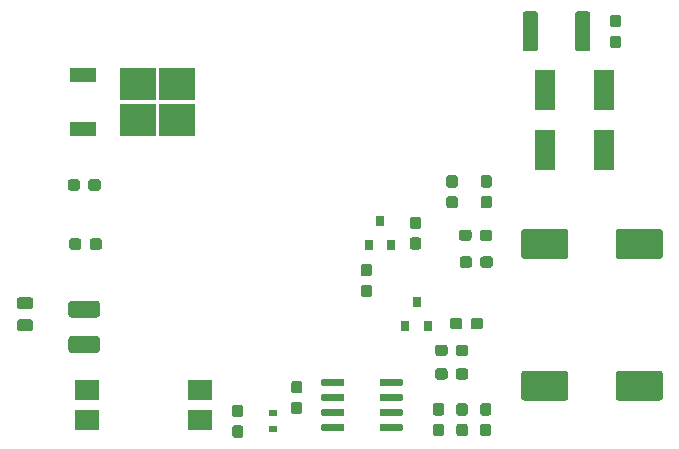
<source format=gbr>
G04 #@! TF.GenerationSoftware,KiCad,Pcbnew,5.1.5-52549c5~84~ubuntu18.04.1*
G04 #@! TF.CreationDate,2020-02-07T13:44:20-05:00*
G04 #@! TF.ProjectId,TSAL,5453414c-2e6b-4696-9361-645f70636258,rev?*
G04 #@! TF.SameCoordinates,Original*
G04 #@! TF.FileFunction,Paste,Top*
G04 #@! TF.FilePolarity,Positive*
%FSLAX46Y46*%
G04 Gerber Fmt 4.6, Leading zero omitted, Abs format (unit mm)*
G04 Created by KiCad (PCBNEW 5.1.5-52549c5~84~ubuntu18.04.1) date 2020-02-07 13:44:20*
%MOMM*%
%LPD*%
G04 APERTURE LIST*
%ADD10C,0.100000*%
%ADD11R,0.800000X0.900000*%
%ADD12R,0.700000X0.600000*%
%ADD13R,1.800000X3.500000*%
%ADD14R,3.050000X2.750000*%
%ADD15R,2.200000X1.200000*%
%ADD16R,2.000000X1.780000*%
G04 APERTURE END LIST*
D10*
G36*
X163585779Y-106776144D02*
G01*
X163608834Y-106779563D01*
X163631443Y-106785227D01*
X163653387Y-106793079D01*
X163674457Y-106803044D01*
X163694448Y-106815026D01*
X163713168Y-106828910D01*
X163730438Y-106844562D01*
X163746090Y-106861832D01*
X163759974Y-106880552D01*
X163771956Y-106900543D01*
X163781921Y-106921613D01*
X163789773Y-106943557D01*
X163795437Y-106966166D01*
X163798856Y-106989221D01*
X163800000Y-107012500D01*
X163800000Y-107487500D01*
X163798856Y-107510779D01*
X163795437Y-107533834D01*
X163789773Y-107556443D01*
X163781921Y-107578387D01*
X163771956Y-107599457D01*
X163759974Y-107619448D01*
X163746090Y-107638168D01*
X163730438Y-107655438D01*
X163713168Y-107671090D01*
X163694448Y-107684974D01*
X163674457Y-107696956D01*
X163653387Y-107706921D01*
X163631443Y-107714773D01*
X163608834Y-107720437D01*
X163585779Y-107723856D01*
X163562500Y-107725000D01*
X162987500Y-107725000D01*
X162964221Y-107723856D01*
X162941166Y-107720437D01*
X162918557Y-107714773D01*
X162896613Y-107706921D01*
X162875543Y-107696956D01*
X162855552Y-107684974D01*
X162836832Y-107671090D01*
X162819562Y-107655438D01*
X162803910Y-107638168D01*
X162790026Y-107619448D01*
X162778044Y-107599457D01*
X162768079Y-107578387D01*
X162760227Y-107556443D01*
X162754563Y-107533834D01*
X162751144Y-107510779D01*
X162750000Y-107487500D01*
X162750000Y-107012500D01*
X162751144Y-106989221D01*
X162754563Y-106966166D01*
X162760227Y-106943557D01*
X162768079Y-106921613D01*
X162778044Y-106900543D01*
X162790026Y-106880552D01*
X162803910Y-106861832D01*
X162819562Y-106844562D01*
X162836832Y-106828910D01*
X162855552Y-106815026D01*
X162875543Y-106803044D01*
X162896613Y-106793079D01*
X162918557Y-106785227D01*
X162941166Y-106779563D01*
X162964221Y-106776144D01*
X162987500Y-106775000D01*
X163562500Y-106775000D01*
X163585779Y-106776144D01*
G37*
G36*
X165335779Y-106776144D02*
G01*
X165358834Y-106779563D01*
X165381443Y-106785227D01*
X165403387Y-106793079D01*
X165424457Y-106803044D01*
X165444448Y-106815026D01*
X165463168Y-106828910D01*
X165480438Y-106844562D01*
X165496090Y-106861832D01*
X165509974Y-106880552D01*
X165521956Y-106900543D01*
X165531921Y-106921613D01*
X165539773Y-106943557D01*
X165545437Y-106966166D01*
X165548856Y-106989221D01*
X165550000Y-107012500D01*
X165550000Y-107487500D01*
X165548856Y-107510779D01*
X165545437Y-107533834D01*
X165539773Y-107556443D01*
X165531921Y-107578387D01*
X165521956Y-107599457D01*
X165509974Y-107619448D01*
X165496090Y-107638168D01*
X165480438Y-107655438D01*
X165463168Y-107671090D01*
X165444448Y-107684974D01*
X165424457Y-107696956D01*
X165403387Y-107706921D01*
X165381443Y-107714773D01*
X165358834Y-107720437D01*
X165335779Y-107723856D01*
X165312500Y-107725000D01*
X164737500Y-107725000D01*
X164714221Y-107723856D01*
X164691166Y-107720437D01*
X164668557Y-107714773D01*
X164646613Y-107706921D01*
X164625543Y-107696956D01*
X164605552Y-107684974D01*
X164586832Y-107671090D01*
X164569562Y-107655438D01*
X164553910Y-107638168D01*
X164540026Y-107619448D01*
X164528044Y-107599457D01*
X164518079Y-107578387D01*
X164510227Y-107556443D01*
X164504563Y-107533834D01*
X164501144Y-107510779D01*
X164500000Y-107487500D01*
X164500000Y-107012500D01*
X164501144Y-106989221D01*
X164504563Y-106966166D01*
X164510227Y-106943557D01*
X164518079Y-106921613D01*
X164528044Y-106900543D01*
X164540026Y-106880552D01*
X164553910Y-106861832D01*
X164569562Y-106844562D01*
X164586832Y-106828910D01*
X164605552Y-106815026D01*
X164625543Y-106803044D01*
X164646613Y-106793079D01*
X164668557Y-106785227D01*
X164691166Y-106779563D01*
X164714221Y-106776144D01*
X164737500Y-106775000D01*
X165312500Y-106775000D01*
X165335779Y-106776144D01*
G37*
G36*
X163635779Y-109051144D02*
G01*
X163658834Y-109054563D01*
X163681443Y-109060227D01*
X163703387Y-109068079D01*
X163724457Y-109078044D01*
X163744448Y-109090026D01*
X163763168Y-109103910D01*
X163780438Y-109119562D01*
X163796090Y-109136832D01*
X163809974Y-109155552D01*
X163821956Y-109175543D01*
X163831921Y-109196613D01*
X163839773Y-109218557D01*
X163845437Y-109241166D01*
X163848856Y-109264221D01*
X163850000Y-109287500D01*
X163850000Y-109762500D01*
X163848856Y-109785779D01*
X163845437Y-109808834D01*
X163839773Y-109831443D01*
X163831921Y-109853387D01*
X163821956Y-109874457D01*
X163809974Y-109894448D01*
X163796090Y-109913168D01*
X163780438Y-109930438D01*
X163763168Y-109946090D01*
X163744448Y-109959974D01*
X163724457Y-109971956D01*
X163703387Y-109981921D01*
X163681443Y-109989773D01*
X163658834Y-109995437D01*
X163635779Y-109998856D01*
X163612500Y-110000000D01*
X163037500Y-110000000D01*
X163014221Y-109998856D01*
X162991166Y-109995437D01*
X162968557Y-109989773D01*
X162946613Y-109981921D01*
X162925543Y-109971956D01*
X162905552Y-109959974D01*
X162886832Y-109946090D01*
X162869562Y-109930438D01*
X162853910Y-109913168D01*
X162840026Y-109894448D01*
X162828044Y-109874457D01*
X162818079Y-109853387D01*
X162810227Y-109831443D01*
X162804563Y-109808834D01*
X162801144Y-109785779D01*
X162800000Y-109762500D01*
X162800000Y-109287500D01*
X162801144Y-109264221D01*
X162804563Y-109241166D01*
X162810227Y-109218557D01*
X162818079Y-109196613D01*
X162828044Y-109175543D01*
X162840026Y-109155552D01*
X162853910Y-109136832D01*
X162869562Y-109119562D01*
X162886832Y-109103910D01*
X162905552Y-109090026D01*
X162925543Y-109078044D01*
X162946613Y-109068079D01*
X162968557Y-109060227D01*
X162991166Y-109054563D01*
X163014221Y-109051144D01*
X163037500Y-109050000D01*
X163612500Y-109050000D01*
X163635779Y-109051144D01*
G37*
G36*
X165385779Y-109051144D02*
G01*
X165408834Y-109054563D01*
X165431443Y-109060227D01*
X165453387Y-109068079D01*
X165474457Y-109078044D01*
X165494448Y-109090026D01*
X165513168Y-109103910D01*
X165530438Y-109119562D01*
X165546090Y-109136832D01*
X165559974Y-109155552D01*
X165571956Y-109175543D01*
X165581921Y-109196613D01*
X165589773Y-109218557D01*
X165595437Y-109241166D01*
X165598856Y-109264221D01*
X165600000Y-109287500D01*
X165600000Y-109762500D01*
X165598856Y-109785779D01*
X165595437Y-109808834D01*
X165589773Y-109831443D01*
X165581921Y-109853387D01*
X165571956Y-109874457D01*
X165559974Y-109894448D01*
X165546090Y-109913168D01*
X165530438Y-109930438D01*
X165513168Y-109946090D01*
X165494448Y-109959974D01*
X165474457Y-109971956D01*
X165453387Y-109981921D01*
X165431443Y-109989773D01*
X165408834Y-109995437D01*
X165385779Y-109998856D01*
X165362500Y-110000000D01*
X164787500Y-110000000D01*
X164764221Y-109998856D01*
X164741166Y-109995437D01*
X164718557Y-109989773D01*
X164696613Y-109981921D01*
X164675543Y-109971956D01*
X164655552Y-109959974D01*
X164636832Y-109946090D01*
X164619562Y-109930438D01*
X164603910Y-109913168D01*
X164590026Y-109894448D01*
X164578044Y-109874457D01*
X164568079Y-109853387D01*
X164560227Y-109831443D01*
X164554563Y-109808834D01*
X164551144Y-109785779D01*
X164550000Y-109762500D01*
X164550000Y-109287500D01*
X164551144Y-109264221D01*
X164554563Y-109241166D01*
X164560227Y-109218557D01*
X164568079Y-109196613D01*
X164578044Y-109175543D01*
X164590026Y-109155552D01*
X164603910Y-109136832D01*
X164619562Y-109119562D01*
X164636832Y-109103910D01*
X164655552Y-109090026D01*
X164675543Y-109078044D01*
X164696613Y-109068079D01*
X164718557Y-109060227D01*
X164741166Y-109054563D01*
X164764221Y-109051144D01*
X164787500Y-109050000D01*
X165362500Y-109050000D01*
X165385779Y-109051144D01*
G37*
G36*
X165310779Y-103926144D02*
G01*
X165333834Y-103929563D01*
X165356443Y-103935227D01*
X165378387Y-103943079D01*
X165399457Y-103953044D01*
X165419448Y-103965026D01*
X165438168Y-103978910D01*
X165455438Y-103994562D01*
X165471090Y-104011832D01*
X165484974Y-104030552D01*
X165496956Y-104050543D01*
X165506921Y-104071613D01*
X165514773Y-104093557D01*
X165520437Y-104116166D01*
X165523856Y-104139221D01*
X165525000Y-104162500D01*
X165525000Y-104737500D01*
X165523856Y-104760779D01*
X165520437Y-104783834D01*
X165514773Y-104806443D01*
X165506921Y-104828387D01*
X165496956Y-104849457D01*
X165484974Y-104869448D01*
X165471090Y-104888168D01*
X165455438Y-104905438D01*
X165438168Y-104921090D01*
X165419448Y-104934974D01*
X165399457Y-104946956D01*
X165378387Y-104956921D01*
X165356443Y-104964773D01*
X165333834Y-104970437D01*
X165310779Y-104973856D01*
X165287500Y-104975000D01*
X164812500Y-104975000D01*
X164789221Y-104973856D01*
X164766166Y-104970437D01*
X164743557Y-104964773D01*
X164721613Y-104956921D01*
X164700543Y-104946956D01*
X164680552Y-104934974D01*
X164661832Y-104921090D01*
X164644562Y-104905438D01*
X164628910Y-104888168D01*
X164615026Y-104869448D01*
X164603044Y-104849457D01*
X164593079Y-104828387D01*
X164585227Y-104806443D01*
X164579563Y-104783834D01*
X164576144Y-104760779D01*
X164575000Y-104737500D01*
X164575000Y-104162500D01*
X164576144Y-104139221D01*
X164579563Y-104116166D01*
X164585227Y-104093557D01*
X164593079Y-104071613D01*
X164603044Y-104050543D01*
X164615026Y-104030552D01*
X164628910Y-104011832D01*
X164644562Y-103994562D01*
X164661832Y-103978910D01*
X164680552Y-103965026D01*
X164700543Y-103953044D01*
X164721613Y-103943079D01*
X164743557Y-103935227D01*
X164766166Y-103929563D01*
X164789221Y-103926144D01*
X164812500Y-103925000D01*
X165287500Y-103925000D01*
X165310779Y-103926144D01*
G37*
G36*
X165310779Y-102176144D02*
G01*
X165333834Y-102179563D01*
X165356443Y-102185227D01*
X165378387Y-102193079D01*
X165399457Y-102203044D01*
X165419448Y-102215026D01*
X165438168Y-102228910D01*
X165455438Y-102244562D01*
X165471090Y-102261832D01*
X165484974Y-102280552D01*
X165496956Y-102300543D01*
X165506921Y-102321613D01*
X165514773Y-102343557D01*
X165520437Y-102366166D01*
X165523856Y-102389221D01*
X165525000Y-102412500D01*
X165525000Y-102987500D01*
X165523856Y-103010779D01*
X165520437Y-103033834D01*
X165514773Y-103056443D01*
X165506921Y-103078387D01*
X165496956Y-103099457D01*
X165484974Y-103119448D01*
X165471090Y-103138168D01*
X165455438Y-103155438D01*
X165438168Y-103171090D01*
X165419448Y-103184974D01*
X165399457Y-103196956D01*
X165378387Y-103206921D01*
X165356443Y-103214773D01*
X165333834Y-103220437D01*
X165310779Y-103223856D01*
X165287500Y-103225000D01*
X164812500Y-103225000D01*
X164789221Y-103223856D01*
X164766166Y-103220437D01*
X164743557Y-103214773D01*
X164721613Y-103206921D01*
X164700543Y-103196956D01*
X164680552Y-103184974D01*
X164661832Y-103171090D01*
X164644562Y-103155438D01*
X164628910Y-103138168D01*
X164615026Y-103119448D01*
X164603044Y-103099457D01*
X164593079Y-103078387D01*
X164585227Y-103056443D01*
X164579563Y-103033834D01*
X164576144Y-103010779D01*
X164575000Y-102987500D01*
X164575000Y-102412500D01*
X164576144Y-102389221D01*
X164579563Y-102366166D01*
X164585227Y-102343557D01*
X164593079Y-102321613D01*
X164603044Y-102300543D01*
X164615026Y-102280552D01*
X164628910Y-102261832D01*
X164644562Y-102244562D01*
X164661832Y-102228910D01*
X164680552Y-102215026D01*
X164700543Y-102203044D01*
X164721613Y-102193079D01*
X164743557Y-102185227D01*
X164766166Y-102179563D01*
X164789221Y-102176144D01*
X164812500Y-102175000D01*
X165287500Y-102175000D01*
X165310779Y-102176144D01*
G37*
G36*
X162410779Y-102176144D02*
G01*
X162433834Y-102179563D01*
X162456443Y-102185227D01*
X162478387Y-102193079D01*
X162499457Y-102203044D01*
X162519448Y-102215026D01*
X162538168Y-102228910D01*
X162555438Y-102244562D01*
X162571090Y-102261832D01*
X162584974Y-102280552D01*
X162596956Y-102300543D01*
X162606921Y-102321613D01*
X162614773Y-102343557D01*
X162620437Y-102366166D01*
X162623856Y-102389221D01*
X162625000Y-102412500D01*
X162625000Y-102987500D01*
X162623856Y-103010779D01*
X162620437Y-103033834D01*
X162614773Y-103056443D01*
X162606921Y-103078387D01*
X162596956Y-103099457D01*
X162584974Y-103119448D01*
X162571090Y-103138168D01*
X162555438Y-103155438D01*
X162538168Y-103171090D01*
X162519448Y-103184974D01*
X162499457Y-103196956D01*
X162478387Y-103206921D01*
X162456443Y-103214773D01*
X162433834Y-103220437D01*
X162410779Y-103223856D01*
X162387500Y-103225000D01*
X161912500Y-103225000D01*
X161889221Y-103223856D01*
X161866166Y-103220437D01*
X161843557Y-103214773D01*
X161821613Y-103206921D01*
X161800543Y-103196956D01*
X161780552Y-103184974D01*
X161761832Y-103171090D01*
X161744562Y-103155438D01*
X161728910Y-103138168D01*
X161715026Y-103119448D01*
X161703044Y-103099457D01*
X161693079Y-103078387D01*
X161685227Y-103056443D01*
X161679563Y-103033834D01*
X161676144Y-103010779D01*
X161675000Y-102987500D01*
X161675000Y-102412500D01*
X161676144Y-102389221D01*
X161679563Y-102366166D01*
X161685227Y-102343557D01*
X161693079Y-102321613D01*
X161703044Y-102300543D01*
X161715026Y-102280552D01*
X161728910Y-102261832D01*
X161744562Y-102244562D01*
X161761832Y-102228910D01*
X161780552Y-102215026D01*
X161800543Y-102203044D01*
X161821613Y-102193079D01*
X161843557Y-102185227D01*
X161866166Y-102179563D01*
X161889221Y-102176144D01*
X161912500Y-102175000D01*
X162387500Y-102175000D01*
X162410779Y-102176144D01*
G37*
G36*
X162410779Y-103926144D02*
G01*
X162433834Y-103929563D01*
X162456443Y-103935227D01*
X162478387Y-103943079D01*
X162499457Y-103953044D01*
X162519448Y-103965026D01*
X162538168Y-103978910D01*
X162555438Y-103994562D01*
X162571090Y-104011832D01*
X162584974Y-104030552D01*
X162596956Y-104050543D01*
X162606921Y-104071613D01*
X162614773Y-104093557D01*
X162620437Y-104116166D01*
X162623856Y-104139221D01*
X162625000Y-104162500D01*
X162625000Y-104737500D01*
X162623856Y-104760779D01*
X162620437Y-104783834D01*
X162614773Y-104806443D01*
X162606921Y-104828387D01*
X162596956Y-104849457D01*
X162584974Y-104869448D01*
X162571090Y-104888168D01*
X162555438Y-104905438D01*
X162538168Y-104921090D01*
X162519448Y-104934974D01*
X162499457Y-104946956D01*
X162478387Y-104956921D01*
X162456443Y-104964773D01*
X162433834Y-104970437D01*
X162410779Y-104973856D01*
X162387500Y-104975000D01*
X161912500Y-104975000D01*
X161889221Y-104973856D01*
X161866166Y-104970437D01*
X161843557Y-104964773D01*
X161821613Y-104956921D01*
X161800543Y-104946956D01*
X161780552Y-104934974D01*
X161761832Y-104921090D01*
X161744562Y-104905438D01*
X161728910Y-104888168D01*
X161715026Y-104869448D01*
X161703044Y-104849457D01*
X161693079Y-104828387D01*
X161685227Y-104806443D01*
X161679563Y-104783834D01*
X161676144Y-104760779D01*
X161675000Y-104737500D01*
X161675000Y-104162500D01*
X161676144Y-104139221D01*
X161679563Y-104116166D01*
X161685227Y-104093557D01*
X161693079Y-104071613D01*
X161703044Y-104050543D01*
X161715026Y-104030552D01*
X161728910Y-104011832D01*
X161744562Y-103994562D01*
X161761832Y-103978910D01*
X161780552Y-103965026D01*
X161800543Y-103953044D01*
X161821613Y-103943079D01*
X161843557Y-103935227D01*
X161866166Y-103929563D01*
X161889221Y-103926144D01*
X161912500Y-103925000D01*
X162387500Y-103925000D01*
X162410779Y-103926144D01*
G37*
G36*
X130560779Y-107526144D02*
G01*
X130583834Y-107529563D01*
X130606443Y-107535227D01*
X130628387Y-107543079D01*
X130649457Y-107553044D01*
X130669448Y-107565026D01*
X130688168Y-107578910D01*
X130705438Y-107594562D01*
X130721090Y-107611832D01*
X130734974Y-107630552D01*
X130746956Y-107650543D01*
X130756921Y-107671613D01*
X130764773Y-107693557D01*
X130770437Y-107716166D01*
X130773856Y-107739221D01*
X130775000Y-107762500D01*
X130775000Y-108237500D01*
X130773856Y-108260779D01*
X130770437Y-108283834D01*
X130764773Y-108306443D01*
X130756921Y-108328387D01*
X130746956Y-108349457D01*
X130734974Y-108369448D01*
X130721090Y-108388168D01*
X130705438Y-108405438D01*
X130688168Y-108421090D01*
X130669448Y-108434974D01*
X130649457Y-108446956D01*
X130628387Y-108456921D01*
X130606443Y-108464773D01*
X130583834Y-108470437D01*
X130560779Y-108473856D01*
X130537500Y-108475000D01*
X129962500Y-108475000D01*
X129939221Y-108473856D01*
X129916166Y-108470437D01*
X129893557Y-108464773D01*
X129871613Y-108456921D01*
X129850543Y-108446956D01*
X129830552Y-108434974D01*
X129811832Y-108421090D01*
X129794562Y-108405438D01*
X129778910Y-108388168D01*
X129765026Y-108369448D01*
X129753044Y-108349457D01*
X129743079Y-108328387D01*
X129735227Y-108306443D01*
X129729563Y-108283834D01*
X129726144Y-108260779D01*
X129725000Y-108237500D01*
X129725000Y-107762500D01*
X129726144Y-107739221D01*
X129729563Y-107716166D01*
X129735227Y-107693557D01*
X129743079Y-107671613D01*
X129753044Y-107650543D01*
X129765026Y-107630552D01*
X129778910Y-107611832D01*
X129794562Y-107594562D01*
X129811832Y-107578910D01*
X129830552Y-107565026D01*
X129850543Y-107553044D01*
X129871613Y-107543079D01*
X129893557Y-107535227D01*
X129916166Y-107529563D01*
X129939221Y-107526144D01*
X129962500Y-107525000D01*
X130537500Y-107525000D01*
X130560779Y-107526144D01*
G37*
G36*
X132310779Y-107526144D02*
G01*
X132333834Y-107529563D01*
X132356443Y-107535227D01*
X132378387Y-107543079D01*
X132399457Y-107553044D01*
X132419448Y-107565026D01*
X132438168Y-107578910D01*
X132455438Y-107594562D01*
X132471090Y-107611832D01*
X132484974Y-107630552D01*
X132496956Y-107650543D01*
X132506921Y-107671613D01*
X132514773Y-107693557D01*
X132520437Y-107716166D01*
X132523856Y-107739221D01*
X132525000Y-107762500D01*
X132525000Y-108237500D01*
X132523856Y-108260779D01*
X132520437Y-108283834D01*
X132514773Y-108306443D01*
X132506921Y-108328387D01*
X132496956Y-108349457D01*
X132484974Y-108369448D01*
X132471090Y-108388168D01*
X132455438Y-108405438D01*
X132438168Y-108421090D01*
X132419448Y-108434974D01*
X132399457Y-108446956D01*
X132378387Y-108456921D01*
X132356443Y-108464773D01*
X132333834Y-108470437D01*
X132310779Y-108473856D01*
X132287500Y-108475000D01*
X131712500Y-108475000D01*
X131689221Y-108473856D01*
X131666166Y-108470437D01*
X131643557Y-108464773D01*
X131621613Y-108456921D01*
X131600543Y-108446956D01*
X131580552Y-108434974D01*
X131561832Y-108421090D01*
X131544562Y-108405438D01*
X131528910Y-108388168D01*
X131515026Y-108369448D01*
X131503044Y-108349457D01*
X131493079Y-108328387D01*
X131485227Y-108306443D01*
X131479563Y-108283834D01*
X131476144Y-108260779D01*
X131475000Y-108237500D01*
X131475000Y-107762500D01*
X131476144Y-107739221D01*
X131479563Y-107716166D01*
X131485227Y-107693557D01*
X131493079Y-107671613D01*
X131503044Y-107650543D01*
X131515026Y-107630552D01*
X131528910Y-107611832D01*
X131544562Y-107594562D01*
X131561832Y-107578910D01*
X131580552Y-107565026D01*
X131600543Y-107553044D01*
X131621613Y-107543079D01*
X131643557Y-107535227D01*
X131666166Y-107529563D01*
X131689221Y-107526144D01*
X131712500Y-107525000D01*
X132287500Y-107525000D01*
X132310779Y-107526144D01*
G37*
G36*
X157839703Y-119430722D02*
G01*
X157854264Y-119432882D01*
X157868543Y-119436459D01*
X157882403Y-119441418D01*
X157895710Y-119447712D01*
X157908336Y-119455280D01*
X157920159Y-119464048D01*
X157931066Y-119473934D01*
X157940952Y-119484841D01*
X157949720Y-119496664D01*
X157957288Y-119509290D01*
X157963582Y-119522597D01*
X157968541Y-119536457D01*
X157972118Y-119550736D01*
X157974278Y-119565297D01*
X157975000Y-119580000D01*
X157975000Y-119880000D01*
X157974278Y-119894703D01*
X157972118Y-119909264D01*
X157968541Y-119923543D01*
X157963582Y-119937403D01*
X157957288Y-119950710D01*
X157949720Y-119963336D01*
X157940952Y-119975159D01*
X157931066Y-119986066D01*
X157920159Y-119995952D01*
X157908336Y-120004720D01*
X157895710Y-120012288D01*
X157882403Y-120018582D01*
X157868543Y-120023541D01*
X157854264Y-120027118D01*
X157839703Y-120029278D01*
X157825000Y-120030000D01*
X156175000Y-120030000D01*
X156160297Y-120029278D01*
X156145736Y-120027118D01*
X156131457Y-120023541D01*
X156117597Y-120018582D01*
X156104290Y-120012288D01*
X156091664Y-120004720D01*
X156079841Y-119995952D01*
X156068934Y-119986066D01*
X156059048Y-119975159D01*
X156050280Y-119963336D01*
X156042712Y-119950710D01*
X156036418Y-119937403D01*
X156031459Y-119923543D01*
X156027882Y-119909264D01*
X156025722Y-119894703D01*
X156025000Y-119880000D01*
X156025000Y-119580000D01*
X156025722Y-119565297D01*
X156027882Y-119550736D01*
X156031459Y-119536457D01*
X156036418Y-119522597D01*
X156042712Y-119509290D01*
X156050280Y-119496664D01*
X156059048Y-119484841D01*
X156068934Y-119473934D01*
X156079841Y-119464048D01*
X156091664Y-119455280D01*
X156104290Y-119447712D01*
X156117597Y-119441418D01*
X156131457Y-119436459D01*
X156145736Y-119432882D01*
X156160297Y-119430722D01*
X156175000Y-119430000D01*
X157825000Y-119430000D01*
X157839703Y-119430722D01*
G37*
G36*
X157839703Y-120700722D02*
G01*
X157854264Y-120702882D01*
X157868543Y-120706459D01*
X157882403Y-120711418D01*
X157895710Y-120717712D01*
X157908336Y-120725280D01*
X157920159Y-120734048D01*
X157931066Y-120743934D01*
X157940952Y-120754841D01*
X157949720Y-120766664D01*
X157957288Y-120779290D01*
X157963582Y-120792597D01*
X157968541Y-120806457D01*
X157972118Y-120820736D01*
X157974278Y-120835297D01*
X157975000Y-120850000D01*
X157975000Y-121150000D01*
X157974278Y-121164703D01*
X157972118Y-121179264D01*
X157968541Y-121193543D01*
X157963582Y-121207403D01*
X157957288Y-121220710D01*
X157949720Y-121233336D01*
X157940952Y-121245159D01*
X157931066Y-121256066D01*
X157920159Y-121265952D01*
X157908336Y-121274720D01*
X157895710Y-121282288D01*
X157882403Y-121288582D01*
X157868543Y-121293541D01*
X157854264Y-121297118D01*
X157839703Y-121299278D01*
X157825000Y-121300000D01*
X156175000Y-121300000D01*
X156160297Y-121299278D01*
X156145736Y-121297118D01*
X156131457Y-121293541D01*
X156117597Y-121288582D01*
X156104290Y-121282288D01*
X156091664Y-121274720D01*
X156079841Y-121265952D01*
X156068934Y-121256066D01*
X156059048Y-121245159D01*
X156050280Y-121233336D01*
X156042712Y-121220710D01*
X156036418Y-121207403D01*
X156031459Y-121193543D01*
X156027882Y-121179264D01*
X156025722Y-121164703D01*
X156025000Y-121150000D01*
X156025000Y-120850000D01*
X156025722Y-120835297D01*
X156027882Y-120820736D01*
X156031459Y-120806457D01*
X156036418Y-120792597D01*
X156042712Y-120779290D01*
X156050280Y-120766664D01*
X156059048Y-120754841D01*
X156068934Y-120743934D01*
X156079841Y-120734048D01*
X156091664Y-120725280D01*
X156104290Y-120717712D01*
X156117597Y-120711418D01*
X156131457Y-120706459D01*
X156145736Y-120702882D01*
X156160297Y-120700722D01*
X156175000Y-120700000D01*
X157825000Y-120700000D01*
X157839703Y-120700722D01*
G37*
G36*
X157839703Y-121970722D02*
G01*
X157854264Y-121972882D01*
X157868543Y-121976459D01*
X157882403Y-121981418D01*
X157895710Y-121987712D01*
X157908336Y-121995280D01*
X157920159Y-122004048D01*
X157931066Y-122013934D01*
X157940952Y-122024841D01*
X157949720Y-122036664D01*
X157957288Y-122049290D01*
X157963582Y-122062597D01*
X157968541Y-122076457D01*
X157972118Y-122090736D01*
X157974278Y-122105297D01*
X157975000Y-122120000D01*
X157975000Y-122420000D01*
X157974278Y-122434703D01*
X157972118Y-122449264D01*
X157968541Y-122463543D01*
X157963582Y-122477403D01*
X157957288Y-122490710D01*
X157949720Y-122503336D01*
X157940952Y-122515159D01*
X157931066Y-122526066D01*
X157920159Y-122535952D01*
X157908336Y-122544720D01*
X157895710Y-122552288D01*
X157882403Y-122558582D01*
X157868543Y-122563541D01*
X157854264Y-122567118D01*
X157839703Y-122569278D01*
X157825000Y-122570000D01*
X156175000Y-122570000D01*
X156160297Y-122569278D01*
X156145736Y-122567118D01*
X156131457Y-122563541D01*
X156117597Y-122558582D01*
X156104290Y-122552288D01*
X156091664Y-122544720D01*
X156079841Y-122535952D01*
X156068934Y-122526066D01*
X156059048Y-122515159D01*
X156050280Y-122503336D01*
X156042712Y-122490710D01*
X156036418Y-122477403D01*
X156031459Y-122463543D01*
X156027882Y-122449264D01*
X156025722Y-122434703D01*
X156025000Y-122420000D01*
X156025000Y-122120000D01*
X156025722Y-122105297D01*
X156027882Y-122090736D01*
X156031459Y-122076457D01*
X156036418Y-122062597D01*
X156042712Y-122049290D01*
X156050280Y-122036664D01*
X156059048Y-122024841D01*
X156068934Y-122013934D01*
X156079841Y-122004048D01*
X156091664Y-121995280D01*
X156104290Y-121987712D01*
X156117597Y-121981418D01*
X156131457Y-121976459D01*
X156145736Y-121972882D01*
X156160297Y-121970722D01*
X156175000Y-121970000D01*
X157825000Y-121970000D01*
X157839703Y-121970722D01*
G37*
G36*
X157839703Y-123240722D02*
G01*
X157854264Y-123242882D01*
X157868543Y-123246459D01*
X157882403Y-123251418D01*
X157895710Y-123257712D01*
X157908336Y-123265280D01*
X157920159Y-123274048D01*
X157931066Y-123283934D01*
X157940952Y-123294841D01*
X157949720Y-123306664D01*
X157957288Y-123319290D01*
X157963582Y-123332597D01*
X157968541Y-123346457D01*
X157972118Y-123360736D01*
X157974278Y-123375297D01*
X157975000Y-123390000D01*
X157975000Y-123690000D01*
X157974278Y-123704703D01*
X157972118Y-123719264D01*
X157968541Y-123733543D01*
X157963582Y-123747403D01*
X157957288Y-123760710D01*
X157949720Y-123773336D01*
X157940952Y-123785159D01*
X157931066Y-123796066D01*
X157920159Y-123805952D01*
X157908336Y-123814720D01*
X157895710Y-123822288D01*
X157882403Y-123828582D01*
X157868543Y-123833541D01*
X157854264Y-123837118D01*
X157839703Y-123839278D01*
X157825000Y-123840000D01*
X156175000Y-123840000D01*
X156160297Y-123839278D01*
X156145736Y-123837118D01*
X156131457Y-123833541D01*
X156117597Y-123828582D01*
X156104290Y-123822288D01*
X156091664Y-123814720D01*
X156079841Y-123805952D01*
X156068934Y-123796066D01*
X156059048Y-123785159D01*
X156050280Y-123773336D01*
X156042712Y-123760710D01*
X156036418Y-123747403D01*
X156031459Y-123733543D01*
X156027882Y-123719264D01*
X156025722Y-123704703D01*
X156025000Y-123690000D01*
X156025000Y-123390000D01*
X156025722Y-123375297D01*
X156027882Y-123360736D01*
X156031459Y-123346457D01*
X156036418Y-123332597D01*
X156042712Y-123319290D01*
X156050280Y-123306664D01*
X156059048Y-123294841D01*
X156068934Y-123283934D01*
X156079841Y-123274048D01*
X156091664Y-123265280D01*
X156104290Y-123257712D01*
X156117597Y-123251418D01*
X156131457Y-123246459D01*
X156145736Y-123242882D01*
X156160297Y-123240722D01*
X156175000Y-123240000D01*
X157825000Y-123240000D01*
X157839703Y-123240722D01*
G37*
G36*
X152889703Y-123240722D02*
G01*
X152904264Y-123242882D01*
X152918543Y-123246459D01*
X152932403Y-123251418D01*
X152945710Y-123257712D01*
X152958336Y-123265280D01*
X152970159Y-123274048D01*
X152981066Y-123283934D01*
X152990952Y-123294841D01*
X152999720Y-123306664D01*
X153007288Y-123319290D01*
X153013582Y-123332597D01*
X153018541Y-123346457D01*
X153022118Y-123360736D01*
X153024278Y-123375297D01*
X153025000Y-123390000D01*
X153025000Y-123690000D01*
X153024278Y-123704703D01*
X153022118Y-123719264D01*
X153018541Y-123733543D01*
X153013582Y-123747403D01*
X153007288Y-123760710D01*
X152999720Y-123773336D01*
X152990952Y-123785159D01*
X152981066Y-123796066D01*
X152970159Y-123805952D01*
X152958336Y-123814720D01*
X152945710Y-123822288D01*
X152932403Y-123828582D01*
X152918543Y-123833541D01*
X152904264Y-123837118D01*
X152889703Y-123839278D01*
X152875000Y-123840000D01*
X151225000Y-123840000D01*
X151210297Y-123839278D01*
X151195736Y-123837118D01*
X151181457Y-123833541D01*
X151167597Y-123828582D01*
X151154290Y-123822288D01*
X151141664Y-123814720D01*
X151129841Y-123805952D01*
X151118934Y-123796066D01*
X151109048Y-123785159D01*
X151100280Y-123773336D01*
X151092712Y-123760710D01*
X151086418Y-123747403D01*
X151081459Y-123733543D01*
X151077882Y-123719264D01*
X151075722Y-123704703D01*
X151075000Y-123690000D01*
X151075000Y-123390000D01*
X151075722Y-123375297D01*
X151077882Y-123360736D01*
X151081459Y-123346457D01*
X151086418Y-123332597D01*
X151092712Y-123319290D01*
X151100280Y-123306664D01*
X151109048Y-123294841D01*
X151118934Y-123283934D01*
X151129841Y-123274048D01*
X151141664Y-123265280D01*
X151154290Y-123257712D01*
X151167597Y-123251418D01*
X151181457Y-123246459D01*
X151195736Y-123242882D01*
X151210297Y-123240722D01*
X151225000Y-123240000D01*
X152875000Y-123240000D01*
X152889703Y-123240722D01*
G37*
G36*
X152889703Y-121970722D02*
G01*
X152904264Y-121972882D01*
X152918543Y-121976459D01*
X152932403Y-121981418D01*
X152945710Y-121987712D01*
X152958336Y-121995280D01*
X152970159Y-122004048D01*
X152981066Y-122013934D01*
X152990952Y-122024841D01*
X152999720Y-122036664D01*
X153007288Y-122049290D01*
X153013582Y-122062597D01*
X153018541Y-122076457D01*
X153022118Y-122090736D01*
X153024278Y-122105297D01*
X153025000Y-122120000D01*
X153025000Y-122420000D01*
X153024278Y-122434703D01*
X153022118Y-122449264D01*
X153018541Y-122463543D01*
X153013582Y-122477403D01*
X153007288Y-122490710D01*
X152999720Y-122503336D01*
X152990952Y-122515159D01*
X152981066Y-122526066D01*
X152970159Y-122535952D01*
X152958336Y-122544720D01*
X152945710Y-122552288D01*
X152932403Y-122558582D01*
X152918543Y-122563541D01*
X152904264Y-122567118D01*
X152889703Y-122569278D01*
X152875000Y-122570000D01*
X151225000Y-122570000D01*
X151210297Y-122569278D01*
X151195736Y-122567118D01*
X151181457Y-122563541D01*
X151167597Y-122558582D01*
X151154290Y-122552288D01*
X151141664Y-122544720D01*
X151129841Y-122535952D01*
X151118934Y-122526066D01*
X151109048Y-122515159D01*
X151100280Y-122503336D01*
X151092712Y-122490710D01*
X151086418Y-122477403D01*
X151081459Y-122463543D01*
X151077882Y-122449264D01*
X151075722Y-122434703D01*
X151075000Y-122420000D01*
X151075000Y-122120000D01*
X151075722Y-122105297D01*
X151077882Y-122090736D01*
X151081459Y-122076457D01*
X151086418Y-122062597D01*
X151092712Y-122049290D01*
X151100280Y-122036664D01*
X151109048Y-122024841D01*
X151118934Y-122013934D01*
X151129841Y-122004048D01*
X151141664Y-121995280D01*
X151154290Y-121987712D01*
X151167597Y-121981418D01*
X151181457Y-121976459D01*
X151195736Y-121972882D01*
X151210297Y-121970722D01*
X151225000Y-121970000D01*
X152875000Y-121970000D01*
X152889703Y-121970722D01*
G37*
G36*
X152889703Y-120700722D02*
G01*
X152904264Y-120702882D01*
X152918543Y-120706459D01*
X152932403Y-120711418D01*
X152945710Y-120717712D01*
X152958336Y-120725280D01*
X152970159Y-120734048D01*
X152981066Y-120743934D01*
X152990952Y-120754841D01*
X152999720Y-120766664D01*
X153007288Y-120779290D01*
X153013582Y-120792597D01*
X153018541Y-120806457D01*
X153022118Y-120820736D01*
X153024278Y-120835297D01*
X153025000Y-120850000D01*
X153025000Y-121150000D01*
X153024278Y-121164703D01*
X153022118Y-121179264D01*
X153018541Y-121193543D01*
X153013582Y-121207403D01*
X153007288Y-121220710D01*
X152999720Y-121233336D01*
X152990952Y-121245159D01*
X152981066Y-121256066D01*
X152970159Y-121265952D01*
X152958336Y-121274720D01*
X152945710Y-121282288D01*
X152932403Y-121288582D01*
X152918543Y-121293541D01*
X152904264Y-121297118D01*
X152889703Y-121299278D01*
X152875000Y-121300000D01*
X151225000Y-121300000D01*
X151210297Y-121299278D01*
X151195736Y-121297118D01*
X151181457Y-121293541D01*
X151167597Y-121288582D01*
X151154290Y-121282288D01*
X151141664Y-121274720D01*
X151129841Y-121265952D01*
X151118934Y-121256066D01*
X151109048Y-121245159D01*
X151100280Y-121233336D01*
X151092712Y-121220710D01*
X151086418Y-121207403D01*
X151081459Y-121193543D01*
X151077882Y-121179264D01*
X151075722Y-121164703D01*
X151075000Y-121150000D01*
X151075000Y-120850000D01*
X151075722Y-120835297D01*
X151077882Y-120820736D01*
X151081459Y-120806457D01*
X151086418Y-120792597D01*
X151092712Y-120779290D01*
X151100280Y-120766664D01*
X151109048Y-120754841D01*
X151118934Y-120743934D01*
X151129841Y-120734048D01*
X151141664Y-120725280D01*
X151154290Y-120717712D01*
X151167597Y-120711418D01*
X151181457Y-120706459D01*
X151195736Y-120702882D01*
X151210297Y-120700722D01*
X151225000Y-120700000D01*
X152875000Y-120700000D01*
X152889703Y-120700722D01*
G37*
G36*
X152889703Y-119430722D02*
G01*
X152904264Y-119432882D01*
X152918543Y-119436459D01*
X152932403Y-119441418D01*
X152945710Y-119447712D01*
X152958336Y-119455280D01*
X152970159Y-119464048D01*
X152981066Y-119473934D01*
X152990952Y-119484841D01*
X152999720Y-119496664D01*
X153007288Y-119509290D01*
X153013582Y-119522597D01*
X153018541Y-119536457D01*
X153022118Y-119550736D01*
X153024278Y-119565297D01*
X153025000Y-119580000D01*
X153025000Y-119880000D01*
X153024278Y-119894703D01*
X153022118Y-119909264D01*
X153018541Y-119923543D01*
X153013582Y-119937403D01*
X153007288Y-119950710D01*
X152999720Y-119963336D01*
X152990952Y-119975159D01*
X152981066Y-119986066D01*
X152970159Y-119995952D01*
X152958336Y-120004720D01*
X152945710Y-120012288D01*
X152932403Y-120018582D01*
X152918543Y-120023541D01*
X152904264Y-120027118D01*
X152889703Y-120029278D01*
X152875000Y-120030000D01*
X151225000Y-120030000D01*
X151210297Y-120029278D01*
X151195736Y-120027118D01*
X151181457Y-120023541D01*
X151167597Y-120018582D01*
X151154290Y-120012288D01*
X151141664Y-120004720D01*
X151129841Y-119995952D01*
X151118934Y-119986066D01*
X151109048Y-119975159D01*
X151100280Y-119963336D01*
X151092712Y-119950710D01*
X151086418Y-119937403D01*
X151081459Y-119923543D01*
X151077882Y-119909264D01*
X151075722Y-119894703D01*
X151075000Y-119880000D01*
X151075000Y-119580000D01*
X151075722Y-119565297D01*
X151077882Y-119550736D01*
X151081459Y-119536457D01*
X151086418Y-119522597D01*
X151092712Y-119509290D01*
X151100280Y-119496664D01*
X151109048Y-119484841D01*
X151118934Y-119473934D01*
X151129841Y-119464048D01*
X151141664Y-119455280D01*
X151154290Y-119447712D01*
X151167597Y-119441418D01*
X151181457Y-119436459D01*
X151195736Y-119432882D01*
X151210297Y-119430722D01*
X151225000Y-119430000D01*
X152875000Y-119430000D01*
X152889703Y-119430722D01*
G37*
G36*
X164560779Y-114276144D02*
G01*
X164583834Y-114279563D01*
X164606443Y-114285227D01*
X164628387Y-114293079D01*
X164649457Y-114303044D01*
X164669448Y-114315026D01*
X164688168Y-114328910D01*
X164705438Y-114344562D01*
X164721090Y-114361832D01*
X164734974Y-114380552D01*
X164746956Y-114400543D01*
X164756921Y-114421613D01*
X164764773Y-114443557D01*
X164770437Y-114466166D01*
X164773856Y-114489221D01*
X164775000Y-114512500D01*
X164775000Y-114987500D01*
X164773856Y-115010779D01*
X164770437Y-115033834D01*
X164764773Y-115056443D01*
X164756921Y-115078387D01*
X164746956Y-115099457D01*
X164734974Y-115119448D01*
X164721090Y-115138168D01*
X164705438Y-115155438D01*
X164688168Y-115171090D01*
X164669448Y-115184974D01*
X164649457Y-115196956D01*
X164628387Y-115206921D01*
X164606443Y-115214773D01*
X164583834Y-115220437D01*
X164560779Y-115223856D01*
X164537500Y-115225000D01*
X163962500Y-115225000D01*
X163939221Y-115223856D01*
X163916166Y-115220437D01*
X163893557Y-115214773D01*
X163871613Y-115206921D01*
X163850543Y-115196956D01*
X163830552Y-115184974D01*
X163811832Y-115171090D01*
X163794562Y-115155438D01*
X163778910Y-115138168D01*
X163765026Y-115119448D01*
X163753044Y-115099457D01*
X163743079Y-115078387D01*
X163735227Y-115056443D01*
X163729563Y-115033834D01*
X163726144Y-115010779D01*
X163725000Y-114987500D01*
X163725000Y-114512500D01*
X163726144Y-114489221D01*
X163729563Y-114466166D01*
X163735227Y-114443557D01*
X163743079Y-114421613D01*
X163753044Y-114400543D01*
X163765026Y-114380552D01*
X163778910Y-114361832D01*
X163794562Y-114344562D01*
X163811832Y-114328910D01*
X163830552Y-114315026D01*
X163850543Y-114303044D01*
X163871613Y-114293079D01*
X163893557Y-114285227D01*
X163916166Y-114279563D01*
X163939221Y-114276144D01*
X163962500Y-114275000D01*
X164537500Y-114275000D01*
X164560779Y-114276144D01*
G37*
G36*
X162810779Y-114276144D02*
G01*
X162833834Y-114279563D01*
X162856443Y-114285227D01*
X162878387Y-114293079D01*
X162899457Y-114303044D01*
X162919448Y-114315026D01*
X162938168Y-114328910D01*
X162955438Y-114344562D01*
X162971090Y-114361832D01*
X162984974Y-114380552D01*
X162996956Y-114400543D01*
X163006921Y-114421613D01*
X163014773Y-114443557D01*
X163020437Y-114466166D01*
X163023856Y-114489221D01*
X163025000Y-114512500D01*
X163025000Y-114987500D01*
X163023856Y-115010779D01*
X163020437Y-115033834D01*
X163014773Y-115056443D01*
X163006921Y-115078387D01*
X162996956Y-115099457D01*
X162984974Y-115119448D01*
X162971090Y-115138168D01*
X162955438Y-115155438D01*
X162938168Y-115171090D01*
X162919448Y-115184974D01*
X162899457Y-115196956D01*
X162878387Y-115206921D01*
X162856443Y-115214773D01*
X162833834Y-115220437D01*
X162810779Y-115223856D01*
X162787500Y-115225000D01*
X162212500Y-115225000D01*
X162189221Y-115223856D01*
X162166166Y-115220437D01*
X162143557Y-115214773D01*
X162121613Y-115206921D01*
X162100543Y-115196956D01*
X162080552Y-115184974D01*
X162061832Y-115171090D01*
X162044562Y-115155438D01*
X162028910Y-115138168D01*
X162015026Y-115119448D01*
X162003044Y-115099457D01*
X161993079Y-115078387D01*
X161985227Y-115056443D01*
X161979563Y-115033834D01*
X161976144Y-115010779D01*
X161975000Y-114987500D01*
X161975000Y-114512500D01*
X161976144Y-114489221D01*
X161979563Y-114466166D01*
X161985227Y-114443557D01*
X161993079Y-114421613D01*
X162003044Y-114400543D01*
X162015026Y-114380552D01*
X162028910Y-114361832D01*
X162044562Y-114344562D01*
X162061832Y-114328910D01*
X162080552Y-114315026D01*
X162100543Y-114303044D01*
X162121613Y-114293079D01*
X162143557Y-114285227D01*
X162166166Y-114279563D01*
X162189221Y-114276144D01*
X162212500Y-114275000D01*
X162787500Y-114275000D01*
X162810779Y-114276144D01*
G37*
G36*
X149260779Y-121351144D02*
G01*
X149283834Y-121354563D01*
X149306443Y-121360227D01*
X149328387Y-121368079D01*
X149349457Y-121378044D01*
X149369448Y-121390026D01*
X149388168Y-121403910D01*
X149405438Y-121419562D01*
X149421090Y-121436832D01*
X149434974Y-121455552D01*
X149446956Y-121475543D01*
X149456921Y-121496613D01*
X149464773Y-121518557D01*
X149470437Y-121541166D01*
X149473856Y-121564221D01*
X149475000Y-121587500D01*
X149475000Y-122162500D01*
X149473856Y-122185779D01*
X149470437Y-122208834D01*
X149464773Y-122231443D01*
X149456921Y-122253387D01*
X149446956Y-122274457D01*
X149434974Y-122294448D01*
X149421090Y-122313168D01*
X149405438Y-122330438D01*
X149388168Y-122346090D01*
X149369448Y-122359974D01*
X149349457Y-122371956D01*
X149328387Y-122381921D01*
X149306443Y-122389773D01*
X149283834Y-122395437D01*
X149260779Y-122398856D01*
X149237500Y-122400000D01*
X148762500Y-122400000D01*
X148739221Y-122398856D01*
X148716166Y-122395437D01*
X148693557Y-122389773D01*
X148671613Y-122381921D01*
X148650543Y-122371956D01*
X148630552Y-122359974D01*
X148611832Y-122346090D01*
X148594562Y-122330438D01*
X148578910Y-122313168D01*
X148565026Y-122294448D01*
X148553044Y-122274457D01*
X148543079Y-122253387D01*
X148535227Y-122231443D01*
X148529563Y-122208834D01*
X148526144Y-122185779D01*
X148525000Y-122162500D01*
X148525000Y-121587500D01*
X148526144Y-121564221D01*
X148529563Y-121541166D01*
X148535227Y-121518557D01*
X148543079Y-121496613D01*
X148553044Y-121475543D01*
X148565026Y-121455552D01*
X148578910Y-121436832D01*
X148594562Y-121419562D01*
X148611832Y-121403910D01*
X148630552Y-121390026D01*
X148650543Y-121378044D01*
X148671613Y-121368079D01*
X148693557Y-121360227D01*
X148716166Y-121354563D01*
X148739221Y-121351144D01*
X148762500Y-121350000D01*
X149237500Y-121350000D01*
X149260779Y-121351144D01*
G37*
G36*
X149260779Y-119601144D02*
G01*
X149283834Y-119604563D01*
X149306443Y-119610227D01*
X149328387Y-119618079D01*
X149349457Y-119628044D01*
X149369448Y-119640026D01*
X149388168Y-119653910D01*
X149405438Y-119669562D01*
X149421090Y-119686832D01*
X149434974Y-119705552D01*
X149446956Y-119725543D01*
X149456921Y-119746613D01*
X149464773Y-119768557D01*
X149470437Y-119791166D01*
X149473856Y-119814221D01*
X149475000Y-119837500D01*
X149475000Y-120412500D01*
X149473856Y-120435779D01*
X149470437Y-120458834D01*
X149464773Y-120481443D01*
X149456921Y-120503387D01*
X149446956Y-120524457D01*
X149434974Y-120544448D01*
X149421090Y-120563168D01*
X149405438Y-120580438D01*
X149388168Y-120596090D01*
X149369448Y-120609974D01*
X149349457Y-120621956D01*
X149328387Y-120631921D01*
X149306443Y-120639773D01*
X149283834Y-120645437D01*
X149260779Y-120648856D01*
X149237500Y-120650000D01*
X148762500Y-120650000D01*
X148739221Y-120648856D01*
X148716166Y-120645437D01*
X148693557Y-120639773D01*
X148671613Y-120631921D01*
X148650543Y-120621956D01*
X148630552Y-120609974D01*
X148611832Y-120596090D01*
X148594562Y-120580438D01*
X148578910Y-120563168D01*
X148565026Y-120544448D01*
X148553044Y-120524457D01*
X148543079Y-120503387D01*
X148535227Y-120481443D01*
X148529563Y-120458834D01*
X148526144Y-120435779D01*
X148525000Y-120412500D01*
X148525000Y-119837500D01*
X148526144Y-119814221D01*
X148529563Y-119791166D01*
X148535227Y-119768557D01*
X148543079Y-119746613D01*
X148553044Y-119725543D01*
X148565026Y-119705552D01*
X148578910Y-119686832D01*
X148594562Y-119669562D01*
X148611832Y-119653910D01*
X148630552Y-119640026D01*
X148650543Y-119628044D01*
X148671613Y-119618079D01*
X148693557Y-119610227D01*
X148716166Y-119604563D01*
X148739221Y-119601144D01*
X148762500Y-119600000D01*
X149237500Y-119600000D01*
X149260779Y-119601144D01*
G37*
G36*
X159310779Y-107426144D02*
G01*
X159333834Y-107429563D01*
X159356443Y-107435227D01*
X159378387Y-107443079D01*
X159399457Y-107453044D01*
X159419448Y-107465026D01*
X159438168Y-107478910D01*
X159455438Y-107494562D01*
X159471090Y-107511832D01*
X159484974Y-107530552D01*
X159496956Y-107550543D01*
X159506921Y-107571613D01*
X159514773Y-107593557D01*
X159520437Y-107616166D01*
X159523856Y-107639221D01*
X159525000Y-107662500D01*
X159525000Y-108237500D01*
X159523856Y-108260779D01*
X159520437Y-108283834D01*
X159514773Y-108306443D01*
X159506921Y-108328387D01*
X159496956Y-108349457D01*
X159484974Y-108369448D01*
X159471090Y-108388168D01*
X159455438Y-108405438D01*
X159438168Y-108421090D01*
X159419448Y-108434974D01*
X159399457Y-108446956D01*
X159378387Y-108456921D01*
X159356443Y-108464773D01*
X159333834Y-108470437D01*
X159310779Y-108473856D01*
X159287500Y-108475000D01*
X158812500Y-108475000D01*
X158789221Y-108473856D01*
X158766166Y-108470437D01*
X158743557Y-108464773D01*
X158721613Y-108456921D01*
X158700543Y-108446956D01*
X158680552Y-108434974D01*
X158661832Y-108421090D01*
X158644562Y-108405438D01*
X158628910Y-108388168D01*
X158615026Y-108369448D01*
X158603044Y-108349457D01*
X158593079Y-108328387D01*
X158585227Y-108306443D01*
X158579563Y-108283834D01*
X158576144Y-108260779D01*
X158575000Y-108237500D01*
X158575000Y-107662500D01*
X158576144Y-107639221D01*
X158579563Y-107616166D01*
X158585227Y-107593557D01*
X158593079Y-107571613D01*
X158603044Y-107550543D01*
X158615026Y-107530552D01*
X158628910Y-107511832D01*
X158644562Y-107494562D01*
X158661832Y-107478910D01*
X158680552Y-107465026D01*
X158700543Y-107453044D01*
X158721613Y-107443079D01*
X158743557Y-107435227D01*
X158766166Y-107429563D01*
X158789221Y-107426144D01*
X158812500Y-107425000D01*
X159287500Y-107425000D01*
X159310779Y-107426144D01*
G37*
G36*
X159310779Y-105676144D02*
G01*
X159333834Y-105679563D01*
X159356443Y-105685227D01*
X159378387Y-105693079D01*
X159399457Y-105703044D01*
X159419448Y-105715026D01*
X159438168Y-105728910D01*
X159455438Y-105744562D01*
X159471090Y-105761832D01*
X159484974Y-105780552D01*
X159496956Y-105800543D01*
X159506921Y-105821613D01*
X159514773Y-105843557D01*
X159520437Y-105866166D01*
X159523856Y-105889221D01*
X159525000Y-105912500D01*
X159525000Y-106487500D01*
X159523856Y-106510779D01*
X159520437Y-106533834D01*
X159514773Y-106556443D01*
X159506921Y-106578387D01*
X159496956Y-106599457D01*
X159484974Y-106619448D01*
X159471090Y-106638168D01*
X159455438Y-106655438D01*
X159438168Y-106671090D01*
X159419448Y-106684974D01*
X159399457Y-106696956D01*
X159378387Y-106706921D01*
X159356443Y-106714773D01*
X159333834Y-106720437D01*
X159310779Y-106723856D01*
X159287500Y-106725000D01*
X158812500Y-106725000D01*
X158789221Y-106723856D01*
X158766166Y-106720437D01*
X158743557Y-106714773D01*
X158721613Y-106706921D01*
X158700543Y-106696956D01*
X158680552Y-106684974D01*
X158661832Y-106671090D01*
X158644562Y-106655438D01*
X158628910Y-106638168D01*
X158615026Y-106619448D01*
X158603044Y-106599457D01*
X158593079Y-106578387D01*
X158585227Y-106556443D01*
X158579563Y-106533834D01*
X158576144Y-106510779D01*
X158575000Y-106487500D01*
X158575000Y-105912500D01*
X158576144Y-105889221D01*
X158579563Y-105866166D01*
X158585227Y-105843557D01*
X158593079Y-105821613D01*
X158603044Y-105800543D01*
X158615026Y-105780552D01*
X158628910Y-105761832D01*
X158644562Y-105744562D01*
X158661832Y-105728910D01*
X158680552Y-105715026D01*
X158700543Y-105703044D01*
X158721613Y-105693079D01*
X158743557Y-105685227D01*
X158766166Y-105679563D01*
X158789221Y-105676144D01*
X158812500Y-105675000D01*
X159287500Y-105675000D01*
X159310779Y-105676144D01*
G37*
G36*
X132099504Y-115776204D02*
G01*
X132123773Y-115779804D01*
X132147571Y-115785765D01*
X132170671Y-115794030D01*
X132192849Y-115804520D01*
X132213893Y-115817133D01*
X132233598Y-115831747D01*
X132251777Y-115848223D01*
X132268253Y-115866402D01*
X132282867Y-115886107D01*
X132295480Y-115907151D01*
X132305970Y-115929329D01*
X132314235Y-115952429D01*
X132320196Y-115976227D01*
X132323796Y-116000496D01*
X132325000Y-116025000D01*
X132325000Y-116950000D01*
X132323796Y-116974504D01*
X132320196Y-116998773D01*
X132314235Y-117022571D01*
X132305970Y-117045671D01*
X132295480Y-117067849D01*
X132282867Y-117088893D01*
X132268253Y-117108598D01*
X132251777Y-117126777D01*
X132233598Y-117143253D01*
X132213893Y-117157867D01*
X132192849Y-117170480D01*
X132170671Y-117180970D01*
X132147571Y-117189235D01*
X132123773Y-117195196D01*
X132099504Y-117198796D01*
X132075000Y-117200000D01*
X129925000Y-117200000D01*
X129900496Y-117198796D01*
X129876227Y-117195196D01*
X129852429Y-117189235D01*
X129829329Y-117180970D01*
X129807151Y-117170480D01*
X129786107Y-117157867D01*
X129766402Y-117143253D01*
X129748223Y-117126777D01*
X129731747Y-117108598D01*
X129717133Y-117088893D01*
X129704520Y-117067849D01*
X129694030Y-117045671D01*
X129685765Y-117022571D01*
X129679804Y-116998773D01*
X129676204Y-116974504D01*
X129675000Y-116950000D01*
X129675000Y-116025000D01*
X129676204Y-116000496D01*
X129679804Y-115976227D01*
X129685765Y-115952429D01*
X129694030Y-115929329D01*
X129704520Y-115907151D01*
X129717133Y-115886107D01*
X129731747Y-115866402D01*
X129748223Y-115848223D01*
X129766402Y-115831747D01*
X129786107Y-115817133D01*
X129807151Y-115804520D01*
X129829329Y-115794030D01*
X129852429Y-115785765D01*
X129876227Y-115779804D01*
X129900496Y-115776204D01*
X129925000Y-115775000D01*
X132075000Y-115775000D01*
X132099504Y-115776204D01*
G37*
G36*
X132099504Y-112801204D02*
G01*
X132123773Y-112804804D01*
X132147571Y-112810765D01*
X132170671Y-112819030D01*
X132192849Y-112829520D01*
X132213893Y-112842133D01*
X132233598Y-112856747D01*
X132251777Y-112873223D01*
X132268253Y-112891402D01*
X132282867Y-112911107D01*
X132295480Y-112932151D01*
X132305970Y-112954329D01*
X132314235Y-112977429D01*
X132320196Y-113001227D01*
X132323796Y-113025496D01*
X132325000Y-113050000D01*
X132325000Y-113975000D01*
X132323796Y-113999504D01*
X132320196Y-114023773D01*
X132314235Y-114047571D01*
X132305970Y-114070671D01*
X132295480Y-114092849D01*
X132282867Y-114113893D01*
X132268253Y-114133598D01*
X132251777Y-114151777D01*
X132233598Y-114168253D01*
X132213893Y-114182867D01*
X132192849Y-114195480D01*
X132170671Y-114205970D01*
X132147571Y-114214235D01*
X132123773Y-114220196D01*
X132099504Y-114223796D01*
X132075000Y-114225000D01*
X129925000Y-114225000D01*
X129900496Y-114223796D01*
X129876227Y-114220196D01*
X129852429Y-114214235D01*
X129829329Y-114205970D01*
X129807151Y-114195480D01*
X129786107Y-114182867D01*
X129766402Y-114168253D01*
X129748223Y-114151777D01*
X129731747Y-114133598D01*
X129717133Y-114113893D01*
X129704520Y-114092849D01*
X129694030Y-114070671D01*
X129685765Y-114047571D01*
X129679804Y-114023773D01*
X129676204Y-113999504D01*
X129675000Y-113975000D01*
X129675000Y-113050000D01*
X129676204Y-113025496D01*
X129679804Y-113001227D01*
X129685765Y-112977429D01*
X129694030Y-112954329D01*
X129704520Y-112932151D01*
X129717133Y-112911107D01*
X129731747Y-112891402D01*
X129748223Y-112873223D01*
X129766402Y-112856747D01*
X129786107Y-112842133D01*
X129807151Y-112829520D01*
X129829329Y-112819030D01*
X129852429Y-112810765D01*
X129876227Y-112804804D01*
X129900496Y-112801204D01*
X129925000Y-112800000D01*
X132075000Y-112800000D01*
X132099504Y-112801204D01*
G37*
D11*
X159150000Y-112900000D03*
X160100000Y-114900000D03*
X158200000Y-114900000D03*
D10*
G36*
X169199504Y-88301204D02*
G01*
X169223773Y-88304804D01*
X169247571Y-88310765D01*
X169270671Y-88319030D01*
X169292849Y-88329520D01*
X169313893Y-88342133D01*
X169333598Y-88356747D01*
X169351777Y-88373223D01*
X169368253Y-88391402D01*
X169382867Y-88411107D01*
X169395480Y-88432151D01*
X169405970Y-88454329D01*
X169414235Y-88477429D01*
X169420196Y-88501227D01*
X169423796Y-88525496D01*
X169425000Y-88550000D01*
X169425000Y-91450000D01*
X169423796Y-91474504D01*
X169420196Y-91498773D01*
X169414235Y-91522571D01*
X169405970Y-91545671D01*
X169395480Y-91567849D01*
X169382867Y-91588893D01*
X169368253Y-91608598D01*
X169351777Y-91626777D01*
X169333598Y-91643253D01*
X169313893Y-91657867D01*
X169292849Y-91670480D01*
X169270671Y-91680970D01*
X169247571Y-91689235D01*
X169223773Y-91695196D01*
X169199504Y-91698796D01*
X169175000Y-91700000D01*
X168375000Y-91700000D01*
X168350496Y-91698796D01*
X168326227Y-91695196D01*
X168302429Y-91689235D01*
X168279329Y-91680970D01*
X168257151Y-91670480D01*
X168236107Y-91657867D01*
X168216402Y-91643253D01*
X168198223Y-91626777D01*
X168181747Y-91608598D01*
X168167133Y-91588893D01*
X168154520Y-91567849D01*
X168144030Y-91545671D01*
X168135765Y-91522571D01*
X168129804Y-91498773D01*
X168126204Y-91474504D01*
X168125000Y-91450000D01*
X168125000Y-88550000D01*
X168126204Y-88525496D01*
X168129804Y-88501227D01*
X168135765Y-88477429D01*
X168144030Y-88454329D01*
X168154520Y-88432151D01*
X168167133Y-88411107D01*
X168181747Y-88391402D01*
X168198223Y-88373223D01*
X168216402Y-88356747D01*
X168236107Y-88342133D01*
X168257151Y-88329520D01*
X168279329Y-88319030D01*
X168302429Y-88310765D01*
X168326227Y-88304804D01*
X168350496Y-88301204D01*
X168375000Y-88300000D01*
X169175000Y-88300000D01*
X169199504Y-88301204D01*
G37*
G36*
X173649504Y-88301204D02*
G01*
X173673773Y-88304804D01*
X173697571Y-88310765D01*
X173720671Y-88319030D01*
X173742849Y-88329520D01*
X173763893Y-88342133D01*
X173783598Y-88356747D01*
X173801777Y-88373223D01*
X173818253Y-88391402D01*
X173832867Y-88411107D01*
X173845480Y-88432151D01*
X173855970Y-88454329D01*
X173864235Y-88477429D01*
X173870196Y-88501227D01*
X173873796Y-88525496D01*
X173875000Y-88550000D01*
X173875000Y-91450000D01*
X173873796Y-91474504D01*
X173870196Y-91498773D01*
X173864235Y-91522571D01*
X173855970Y-91545671D01*
X173845480Y-91567849D01*
X173832867Y-91588893D01*
X173818253Y-91608598D01*
X173801777Y-91626777D01*
X173783598Y-91643253D01*
X173763893Y-91657867D01*
X173742849Y-91670480D01*
X173720671Y-91680970D01*
X173697571Y-91689235D01*
X173673773Y-91695196D01*
X173649504Y-91698796D01*
X173625000Y-91700000D01*
X172825000Y-91700000D01*
X172800496Y-91698796D01*
X172776227Y-91695196D01*
X172752429Y-91689235D01*
X172729329Y-91680970D01*
X172707151Y-91670480D01*
X172686107Y-91657867D01*
X172666402Y-91643253D01*
X172648223Y-91626777D01*
X172631747Y-91608598D01*
X172617133Y-91588893D01*
X172604520Y-91567849D01*
X172594030Y-91545671D01*
X172585765Y-91522571D01*
X172579804Y-91498773D01*
X172576204Y-91474504D01*
X172575000Y-91450000D01*
X172575000Y-88550000D01*
X172576204Y-88525496D01*
X172579804Y-88501227D01*
X172585765Y-88477429D01*
X172594030Y-88454329D01*
X172604520Y-88432151D01*
X172617133Y-88411107D01*
X172631747Y-88391402D01*
X172648223Y-88373223D01*
X172666402Y-88356747D01*
X172686107Y-88342133D01*
X172707151Y-88329520D01*
X172729329Y-88319030D01*
X172752429Y-88310765D01*
X172776227Y-88304804D01*
X172800496Y-88301204D01*
X172825000Y-88300000D01*
X173625000Y-88300000D01*
X173649504Y-88301204D01*
G37*
D12*
X147000000Y-122300000D03*
X147000000Y-123700000D03*
D13*
X175000000Y-100000000D03*
X175000000Y-95000000D03*
X170000000Y-95000000D03*
X170000000Y-100000000D03*
D10*
G36*
X163310779Y-116526144D02*
G01*
X163333834Y-116529563D01*
X163356443Y-116535227D01*
X163378387Y-116543079D01*
X163399457Y-116553044D01*
X163419448Y-116565026D01*
X163438168Y-116578910D01*
X163455438Y-116594562D01*
X163471090Y-116611832D01*
X163484974Y-116630552D01*
X163496956Y-116650543D01*
X163506921Y-116671613D01*
X163514773Y-116693557D01*
X163520437Y-116716166D01*
X163523856Y-116739221D01*
X163525000Y-116762500D01*
X163525000Y-117237500D01*
X163523856Y-117260779D01*
X163520437Y-117283834D01*
X163514773Y-117306443D01*
X163506921Y-117328387D01*
X163496956Y-117349457D01*
X163484974Y-117369448D01*
X163471090Y-117388168D01*
X163455438Y-117405438D01*
X163438168Y-117421090D01*
X163419448Y-117434974D01*
X163399457Y-117446956D01*
X163378387Y-117456921D01*
X163356443Y-117464773D01*
X163333834Y-117470437D01*
X163310779Y-117473856D01*
X163287500Y-117475000D01*
X162712500Y-117475000D01*
X162689221Y-117473856D01*
X162666166Y-117470437D01*
X162643557Y-117464773D01*
X162621613Y-117456921D01*
X162600543Y-117446956D01*
X162580552Y-117434974D01*
X162561832Y-117421090D01*
X162544562Y-117405438D01*
X162528910Y-117388168D01*
X162515026Y-117369448D01*
X162503044Y-117349457D01*
X162493079Y-117328387D01*
X162485227Y-117306443D01*
X162479563Y-117283834D01*
X162476144Y-117260779D01*
X162475000Y-117237500D01*
X162475000Y-116762500D01*
X162476144Y-116739221D01*
X162479563Y-116716166D01*
X162485227Y-116693557D01*
X162493079Y-116671613D01*
X162503044Y-116650543D01*
X162515026Y-116630552D01*
X162528910Y-116611832D01*
X162544562Y-116594562D01*
X162561832Y-116578910D01*
X162580552Y-116565026D01*
X162600543Y-116553044D01*
X162621613Y-116543079D01*
X162643557Y-116535227D01*
X162666166Y-116529563D01*
X162689221Y-116526144D01*
X162712500Y-116525000D01*
X163287500Y-116525000D01*
X163310779Y-116526144D01*
G37*
G36*
X161560779Y-116526144D02*
G01*
X161583834Y-116529563D01*
X161606443Y-116535227D01*
X161628387Y-116543079D01*
X161649457Y-116553044D01*
X161669448Y-116565026D01*
X161688168Y-116578910D01*
X161705438Y-116594562D01*
X161721090Y-116611832D01*
X161734974Y-116630552D01*
X161746956Y-116650543D01*
X161756921Y-116671613D01*
X161764773Y-116693557D01*
X161770437Y-116716166D01*
X161773856Y-116739221D01*
X161775000Y-116762500D01*
X161775000Y-117237500D01*
X161773856Y-117260779D01*
X161770437Y-117283834D01*
X161764773Y-117306443D01*
X161756921Y-117328387D01*
X161746956Y-117349457D01*
X161734974Y-117369448D01*
X161721090Y-117388168D01*
X161705438Y-117405438D01*
X161688168Y-117421090D01*
X161669448Y-117434974D01*
X161649457Y-117446956D01*
X161628387Y-117456921D01*
X161606443Y-117464773D01*
X161583834Y-117470437D01*
X161560779Y-117473856D01*
X161537500Y-117475000D01*
X160962500Y-117475000D01*
X160939221Y-117473856D01*
X160916166Y-117470437D01*
X160893557Y-117464773D01*
X160871613Y-117456921D01*
X160850543Y-117446956D01*
X160830552Y-117434974D01*
X160811832Y-117421090D01*
X160794562Y-117405438D01*
X160778910Y-117388168D01*
X160765026Y-117369448D01*
X160753044Y-117349457D01*
X160743079Y-117328387D01*
X160735227Y-117306443D01*
X160729563Y-117283834D01*
X160726144Y-117260779D01*
X160725000Y-117237500D01*
X160725000Y-116762500D01*
X160726144Y-116739221D01*
X160729563Y-116716166D01*
X160735227Y-116693557D01*
X160743079Y-116671613D01*
X160753044Y-116650543D01*
X160765026Y-116630552D01*
X160778910Y-116611832D01*
X160794562Y-116594562D01*
X160811832Y-116578910D01*
X160830552Y-116565026D01*
X160850543Y-116553044D01*
X160871613Y-116543079D01*
X160893557Y-116535227D01*
X160916166Y-116529563D01*
X160939221Y-116526144D01*
X160962500Y-116525000D01*
X161537500Y-116525000D01*
X161560779Y-116526144D01*
G37*
G36*
X165260779Y-121476144D02*
G01*
X165283834Y-121479563D01*
X165306443Y-121485227D01*
X165328387Y-121493079D01*
X165349457Y-121503044D01*
X165369448Y-121515026D01*
X165388168Y-121528910D01*
X165405438Y-121544562D01*
X165421090Y-121561832D01*
X165434974Y-121580552D01*
X165446956Y-121600543D01*
X165456921Y-121621613D01*
X165464773Y-121643557D01*
X165470437Y-121666166D01*
X165473856Y-121689221D01*
X165475000Y-121712500D01*
X165475000Y-122287500D01*
X165473856Y-122310779D01*
X165470437Y-122333834D01*
X165464773Y-122356443D01*
X165456921Y-122378387D01*
X165446956Y-122399457D01*
X165434974Y-122419448D01*
X165421090Y-122438168D01*
X165405438Y-122455438D01*
X165388168Y-122471090D01*
X165369448Y-122484974D01*
X165349457Y-122496956D01*
X165328387Y-122506921D01*
X165306443Y-122514773D01*
X165283834Y-122520437D01*
X165260779Y-122523856D01*
X165237500Y-122525000D01*
X164762500Y-122525000D01*
X164739221Y-122523856D01*
X164716166Y-122520437D01*
X164693557Y-122514773D01*
X164671613Y-122506921D01*
X164650543Y-122496956D01*
X164630552Y-122484974D01*
X164611832Y-122471090D01*
X164594562Y-122455438D01*
X164578910Y-122438168D01*
X164565026Y-122419448D01*
X164553044Y-122399457D01*
X164543079Y-122378387D01*
X164535227Y-122356443D01*
X164529563Y-122333834D01*
X164526144Y-122310779D01*
X164525000Y-122287500D01*
X164525000Y-121712500D01*
X164526144Y-121689221D01*
X164529563Y-121666166D01*
X164535227Y-121643557D01*
X164543079Y-121621613D01*
X164553044Y-121600543D01*
X164565026Y-121580552D01*
X164578910Y-121561832D01*
X164594562Y-121544562D01*
X164611832Y-121528910D01*
X164630552Y-121515026D01*
X164650543Y-121503044D01*
X164671613Y-121493079D01*
X164693557Y-121485227D01*
X164716166Y-121479563D01*
X164739221Y-121476144D01*
X164762500Y-121475000D01*
X165237500Y-121475000D01*
X165260779Y-121476144D01*
G37*
G36*
X165260779Y-123226144D02*
G01*
X165283834Y-123229563D01*
X165306443Y-123235227D01*
X165328387Y-123243079D01*
X165349457Y-123253044D01*
X165369448Y-123265026D01*
X165388168Y-123278910D01*
X165405438Y-123294562D01*
X165421090Y-123311832D01*
X165434974Y-123330552D01*
X165446956Y-123350543D01*
X165456921Y-123371613D01*
X165464773Y-123393557D01*
X165470437Y-123416166D01*
X165473856Y-123439221D01*
X165475000Y-123462500D01*
X165475000Y-124037500D01*
X165473856Y-124060779D01*
X165470437Y-124083834D01*
X165464773Y-124106443D01*
X165456921Y-124128387D01*
X165446956Y-124149457D01*
X165434974Y-124169448D01*
X165421090Y-124188168D01*
X165405438Y-124205438D01*
X165388168Y-124221090D01*
X165369448Y-124234974D01*
X165349457Y-124246956D01*
X165328387Y-124256921D01*
X165306443Y-124264773D01*
X165283834Y-124270437D01*
X165260779Y-124273856D01*
X165237500Y-124275000D01*
X164762500Y-124275000D01*
X164739221Y-124273856D01*
X164716166Y-124270437D01*
X164693557Y-124264773D01*
X164671613Y-124256921D01*
X164650543Y-124246956D01*
X164630552Y-124234974D01*
X164611832Y-124221090D01*
X164594562Y-124205438D01*
X164578910Y-124188168D01*
X164565026Y-124169448D01*
X164553044Y-124149457D01*
X164543079Y-124128387D01*
X164535227Y-124106443D01*
X164529563Y-124083834D01*
X164526144Y-124060779D01*
X164525000Y-124037500D01*
X164525000Y-123462500D01*
X164526144Y-123439221D01*
X164529563Y-123416166D01*
X164535227Y-123393557D01*
X164543079Y-123371613D01*
X164553044Y-123350543D01*
X164565026Y-123330552D01*
X164578910Y-123311832D01*
X164594562Y-123294562D01*
X164611832Y-123278910D01*
X164630552Y-123265026D01*
X164650543Y-123253044D01*
X164671613Y-123243079D01*
X164693557Y-123235227D01*
X164716166Y-123229563D01*
X164739221Y-123226144D01*
X164762500Y-123225000D01*
X165237500Y-123225000D01*
X165260779Y-123226144D01*
G37*
G36*
X163260779Y-121476144D02*
G01*
X163283834Y-121479563D01*
X163306443Y-121485227D01*
X163328387Y-121493079D01*
X163349457Y-121503044D01*
X163369448Y-121515026D01*
X163388168Y-121528910D01*
X163405438Y-121544562D01*
X163421090Y-121561832D01*
X163434974Y-121580552D01*
X163446956Y-121600543D01*
X163456921Y-121621613D01*
X163464773Y-121643557D01*
X163470437Y-121666166D01*
X163473856Y-121689221D01*
X163475000Y-121712500D01*
X163475000Y-122287500D01*
X163473856Y-122310779D01*
X163470437Y-122333834D01*
X163464773Y-122356443D01*
X163456921Y-122378387D01*
X163446956Y-122399457D01*
X163434974Y-122419448D01*
X163421090Y-122438168D01*
X163405438Y-122455438D01*
X163388168Y-122471090D01*
X163369448Y-122484974D01*
X163349457Y-122496956D01*
X163328387Y-122506921D01*
X163306443Y-122514773D01*
X163283834Y-122520437D01*
X163260779Y-122523856D01*
X163237500Y-122525000D01*
X162762500Y-122525000D01*
X162739221Y-122523856D01*
X162716166Y-122520437D01*
X162693557Y-122514773D01*
X162671613Y-122506921D01*
X162650543Y-122496956D01*
X162630552Y-122484974D01*
X162611832Y-122471090D01*
X162594562Y-122455438D01*
X162578910Y-122438168D01*
X162565026Y-122419448D01*
X162553044Y-122399457D01*
X162543079Y-122378387D01*
X162535227Y-122356443D01*
X162529563Y-122333834D01*
X162526144Y-122310779D01*
X162525000Y-122287500D01*
X162525000Y-121712500D01*
X162526144Y-121689221D01*
X162529563Y-121666166D01*
X162535227Y-121643557D01*
X162543079Y-121621613D01*
X162553044Y-121600543D01*
X162565026Y-121580552D01*
X162578910Y-121561832D01*
X162594562Y-121544562D01*
X162611832Y-121528910D01*
X162630552Y-121515026D01*
X162650543Y-121503044D01*
X162671613Y-121493079D01*
X162693557Y-121485227D01*
X162716166Y-121479563D01*
X162739221Y-121476144D01*
X162762500Y-121475000D01*
X163237500Y-121475000D01*
X163260779Y-121476144D01*
G37*
G36*
X163260779Y-123226144D02*
G01*
X163283834Y-123229563D01*
X163306443Y-123235227D01*
X163328387Y-123243079D01*
X163349457Y-123253044D01*
X163369448Y-123265026D01*
X163388168Y-123278910D01*
X163405438Y-123294562D01*
X163421090Y-123311832D01*
X163434974Y-123330552D01*
X163446956Y-123350543D01*
X163456921Y-123371613D01*
X163464773Y-123393557D01*
X163470437Y-123416166D01*
X163473856Y-123439221D01*
X163475000Y-123462500D01*
X163475000Y-124037500D01*
X163473856Y-124060779D01*
X163470437Y-124083834D01*
X163464773Y-124106443D01*
X163456921Y-124128387D01*
X163446956Y-124149457D01*
X163434974Y-124169448D01*
X163421090Y-124188168D01*
X163405438Y-124205438D01*
X163388168Y-124221090D01*
X163369448Y-124234974D01*
X163349457Y-124246956D01*
X163328387Y-124256921D01*
X163306443Y-124264773D01*
X163283834Y-124270437D01*
X163260779Y-124273856D01*
X163237500Y-124275000D01*
X162762500Y-124275000D01*
X162739221Y-124273856D01*
X162716166Y-124270437D01*
X162693557Y-124264773D01*
X162671613Y-124256921D01*
X162650543Y-124246956D01*
X162630552Y-124234974D01*
X162611832Y-124221090D01*
X162594562Y-124205438D01*
X162578910Y-124188168D01*
X162565026Y-124169448D01*
X162553044Y-124149457D01*
X162543079Y-124128387D01*
X162535227Y-124106443D01*
X162529563Y-124083834D01*
X162526144Y-124060779D01*
X162525000Y-124037500D01*
X162525000Y-123462500D01*
X162526144Y-123439221D01*
X162529563Y-123416166D01*
X162535227Y-123393557D01*
X162543079Y-123371613D01*
X162553044Y-123350543D01*
X162565026Y-123330552D01*
X162578910Y-123311832D01*
X162594562Y-123294562D01*
X162611832Y-123278910D01*
X162630552Y-123265026D01*
X162650543Y-123253044D01*
X162671613Y-123243079D01*
X162693557Y-123235227D01*
X162716166Y-123229563D01*
X162739221Y-123226144D01*
X162762500Y-123225000D01*
X163237500Y-123225000D01*
X163260779Y-123226144D01*
G37*
G36*
X171774504Y-106751204D02*
G01*
X171798773Y-106754804D01*
X171822571Y-106760765D01*
X171845671Y-106769030D01*
X171867849Y-106779520D01*
X171888893Y-106792133D01*
X171908598Y-106806747D01*
X171926777Y-106823223D01*
X171943253Y-106841402D01*
X171957867Y-106861107D01*
X171970480Y-106882151D01*
X171980970Y-106904329D01*
X171989235Y-106927429D01*
X171995196Y-106951227D01*
X171998796Y-106975496D01*
X172000000Y-107000000D01*
X172000000Y-109000000D01*
X171998796Y-109024504D01*
X171995196Y-109048773D01*
X171989235Y-109072571D01*
X171980970Y-109095671D01*
X171970480Y-109117849D01*
X171957867Y-109138893D01*
X171943253Y-109158598D01*
X171926777Y-109176777D01*
X171908598Y-109193253D01*
X171888893Y-109207867D01*
X171867849Y-109220480D01*
X171845671Y-109230970D01*
X171822571Y-109239235D01*
X171798773Y-109245196D01*
X171774504Y-109248796D01*
X171750000Y-109250000D01*
X168250000Y-109250000D01*
X168225496Y-109248796D01*
X168201227Y-109245196D01*
X168177429Y-109239235D01*
X168154329Y-109230970D01*
X168132151Y-109220480D01*
X168111107Y-109207867D01*
X168091402Y-109193253D01*
X168073223Y-109176777D01*
X168056747Y-109158598D01*
X168042133Y-109138893D01*
X168029520Y-109117849D01*
X168019030Y-109095671D01*
X168010765Y-109072571D01*
X168004804Y-109048773D01*
X168001204Y-109024504D01*
X168000000Y-109000000D01*
X168000000Y-107000000D01*
X168001204Y-106975496D01*
X168004804Y-106951227D01*
X168010765Y-106927429D01*
X168019030Y-106904329D01*
X168029520Y-106882151D01*
X168042133Y-106861107D01*
X168056747Y-106841402D01*
X168073223Y-106823223D01*
X168091402Y-106806747D01*
X168111107Y-106792133D01*
X168132151Y-106779520D01*
X168154329Y-106769030D01*
X168177429Y-106760765D01*
X168201227Y-106754804D01*
X168225496Y-106751204D01*
X168250000Y-106750000D01*
X171750000Y-106750000D01*
X171774504Y-106751204D01*
G37*
G36*
X179774504Y-106751204D02*
G01*
X179798773Y-106754804D01*
X179822571Y-106760765D01*
X179845671Y-106769030D01*
X179867849Y-106779520D01*
X179888893Y-106792133D01*
X179908598Y-106806747D01*
X179926777Y-106823223D01*
X179943253Y-106841402D01*
X179957867Y-106861107D01*
X179970480Y-106882151D01*
X179980970Y-106904329D01*
X179989235Y-106927429D01*
X179995196Y-106951227D01*
X179998796Y-106975496D01*
X180000000Y-107000000D01*
X180000000Y-109000000D01*
X179998796Y-109024504D01*
X179995196Y-109048773D01*
X179989235Y-109072571D01*
X179980970Y-109095671D01*
X179970480Y-109117849D01*
X179957867Y-109138893D01*
X179943253Y-109158598D01*
X179926777Y-109176777D01*
X179908598Y-109193253D01*
X179888893Y-109207867D01*
X179867849Y-109220480D01*
X179845671Y-109230970D01*
X179822571Y-109239235D01*
X179798773Y-109245196D01*
X179774504Y-109248796D01*
X179750000Y-109250000D01*
X176250000Y-109250000D01*
X176225496Y-109248796D01*
X176201227Y-109245196D01*
X176177429Y-109239235D01*
X176154329Y-109230970D01*
X176132151Y-109220480D01*
X176111107Y-109207867D01*
X176091402Y-109193253D01*
X176073223Y-109176777D01*
X176056747Y-109158598D01*
X176042133Y-109138893D01*
X176029520Y-109117849D01*
X176019030Y-109095671D01*
X176010765Y-109072571D01*
X176004804Y-109048773D01*
X176001204Y-109024504D01*
X176000000Y-109000000D01*
X176000000Y-107000000D01*
X176001204Y-106975496D01*
X176004804Y-106951227D01*
X176010765Y-106927429D01*
X176019030Y-106904329D01*
X176029520Y-106882151D01*
X176042133Y-106861107D01*
X176056747Y-106841402D01*
X176073223Y-106823223D01*
X176091402Y-106806747D01*
X176111107Y-106792133D01*
X176132151Y-106779520D01*
X176154329Y-106769030D01*
X176177429Y-106760765D01*
X176201227Y-106754804D01*
X176225496Y-106751204D01*
X176250000Y-106750000D01*
X179750000Y-106750000D01*
X179774504Y-106751204D01*
G37*
G36*
X171774504Y-118751204D02*
G01*
X171798773Y-118754804D01*
X171822571Y-118760765D01*
X171845671Y-118769030D01*
X171867849Y-118779520D01*
X171888893Y-118792133D01*
X171908598Y-118806747D01*
X171926777Y-118823223D01*
X171943253Y-118841402D01*
X171957867Y-118861107D01*
X171970480Y-118882151D01*
X171980970Y-118904329D01*
X171989235Y-118927429D01*
X171995196Y-118951227D01*
X171998796Y-118975496D01*
X172000000Y-119000000D01*
X172000000Y-121000000D01*
X171998796Y-121024504D01*
X171995196Y-121048773D01*
X171989235Y-121072571D01*
X171980970Y-121095671D01*
X171970480Y-121117849D01*
X171957867Y-121138893D01*
X171943253Y-121158598D01*
X171926777Y-121176777D01*
X171908598Y-121193253D01*
X171888893Y-121207867D01*
X171867849Y-121220480D01*
X171845671Y-121230970D01*
X171822571Y-121239235D01*
X171798773Y-121245196D01*
X171774504Y-121248796D01*
X171750000Y-121250000D01*
X168250000Y-121250000D01*
X168225496Y-121248796D01*
X168201227Y-121245196D01*
X168177429Y-121239235D01*
X168154329Y-121230970D01*
X168132151Y-121220480D01*
X168111107Y-121207867D01*
X168091402Y-121193253D01*
X168073223Y-121176777D01*
X168056747Y-121158598D01*
X168042133Y-121138893D01*
X168029520Y-121117849D01*
X168019030Y-121095671D01*
X168010765Y-121072571D01*
X168004804Y-121048773D01*
X168001204Y-121024504D01*
X168000000Y-121000000D01*
X168000000Y-119000000D01*
X168001204Y-118975496D01*
X168004804Y-118951227D01*
X168010765Y-118927429D01*
X168019030Y-118904329D01*
X168029520Y-118882151D01*
X168042133Y-118861107D01*
X168056747Y-118841402D01*
X168073223Y-118823223D01*
X168091402Y-118806747D01*
X168111107Y-118792133D01*
X168132151Y-118779520D01*
X168154329Y-118769030D01*
X168177429Y-118760765D01*
X168201227Y-118754804D01*
X168225496Y-118751204D01*
X168250000Y-118750000D01*
X171750000Y-118750000D01*
X171774504Y-118751204D01*
G37*
G36*
X179774504Y-118751204D02*
G01*
X179798773Y-118754804D01*
X179822571Y-118760765D01*
X179845671Y-118769030D01*
X179867849Y-118779520D01*
X179888893Y-118792133D01*
X179908598Y-118806747D01*
X179926777Y-118823223D01*
X179943253Y-118841402D01*
X179957867Y-118861107D01*
X179970480Y-118882151D01*
X179980970Y-118904329D01*
X179989235Y-118927429D01*
X179995196Y-118951227D01*
X179998796Y-118975496D01*
X180000000Y-119000000D01*
X180000000Y-121000000D01*
X179998796Y-121024504D01*
X179995196Y-121048773D01*
X179989235Y-121072571D01*
X179980970Y-121095671D01*
X179970480Y-121117849D01*
X179957867Y-121138893D01*
X179943253Y-121158598D01*
X179926777Y-121176777D01*
X179908598Y-121193253D01*
X179888893Y-121207867D01*
X179867849Y-121220480D01*
X179845671Y-121230970D01*
X179822571Y-121239235D01*
X179798773Y-121245196D01*
X179774504Y-121248796D01*
X179750000Y-121250000D01*
X176250000Y-121250000D01*
X176225496Y-121248796D01*
X176201227Y-121245196D01*
X176177429Y-121239235D01*
X176154329Y-121230970D01*
X176132151Y-121220480D01*
X176111107Y-121207867D01*
X176091402Y-121193253D01*
X176073223Y-121176777D01*
X176056747Y-121158598D01*
X176042133Y-121138893D01*
X176029520Y-121117849D01*
X176019030Y-121095671D01*
X176010765Y-121072571D01*
X176004804Y-121048773D01*
X176001204Y-121024504D01*
X176000000Y-121000000D01*
X176000000Y-119000000D01*
X176001204Y-118975496D01*
X176004804Y-118951227D01*
X176010765Y-118927429D01*
X176019030Y-118904329D01*
X176029520Y-118882151D01*
X176042133Y-118861107D01*
X176056747Y-118841402D01*
X176073223Y-118823223D01*
X176091402Y-118806747D01*
X176111107Y-118792133D01*
X176132151Y-118779520D01*
X176154329Y-118769030D01*
X176177429Y-118760765D01*
X176201227Y-118754804D01*
X176225496Y-118751204D01*
X176250000Y-118750000D01*
X179750000Y-118750000D01*
X179774504Y-118751204D01*
G37*
G36*
X126480142Y-114388674D02*
G01*
X126503803Y-114392184D01*
X126527007Y-114397996D01*
X126549529Y-114406054D01*
X126571153Y-114416282D01*
X126591670Y-114428579D01*
X126610883Y-114442829D01*
X126628607Y-114458893D01*
X126644671Y-114476617D01*
X126658921Y-114495830D01*
X126671218Y-114516347D01*
X126681446Y-114537971D01*
X126689504Y-114560493D01*
X126695316Y-114583697D01*
X126698826Y-114607358D01*
X126700000Y-114631250D01*
X126700000Y-115118750D01*
X126698826Y-115142642D01*
X126695316Y-115166303D01*
X126689504Y-115189507D01*
X126681446Y-115212029D01*
X126671218Y-115233653D01*
X126658921Y-115254170D01*
X126644671Y-115273383D01*
X126628607Y-115291107D01*
X126610883Y-115307171D01*
X126591670Y-115321421D01*
X126571153Y-115333718D01*
X126549529Y-115343946D01*
X126527007Y-115352004D01*
X126503803Y-115357816D01*
X126480142Y-115361326D01*
X126456250Y-115362500D01*
X125543750Y-115362500D01*
X125519858Y-115361326D01*
X125496197Y-115357816D01*
X125472993Y-115352004D01*
X125450471Y-115343946D01*
X125428847Y-115333718D01*
X125408330Y-115321421D01*
X125389117Y-115307171D01*
X125371393Y-115291107D01*
X125355329Y-115273383D01*
X125341079Y-115254170D01*
X125328782Y-115233653D01*
X125318554Y-115212029D01*
X125310496Y-115189507D01*
X125304684Y-115166303D01*
X125301174Y-115142642D01*
X125300000Y-115118750D01*
X125300000Y-114631250D01*
X125301174Y-114607358D01*
X125304684Y-114583697D01*
X125310496Y-114560493D01*
X125318554Y-114537971D01*
X125328782Y-114516347D01*
X125341079Y-114495830D01*
X125355329Y-114476617D01*
X125371393Y-114458893D01*
X125389117Y-114442829D01*
X125408330Y-114428579D01*
X125428847Y-114416282D01*
X125450471Y-114406054D01*
X125472993Y-114397996D01*
X125496197Y-114392184D01*
X125519858Y-114388674D01*
X125543750Y-114387500D01*
X126456250Y-114387500D01*
X126480142Y-114388674D01*
G37*
G36*
X126480142Y-112513674D02*
G01*
X126503803Y-112517184D01*
X126527007Y-112522996D01*
X126549529Y-112531054D01*
X126571153Y-112541282D01*
X126591670Y-112553579D01*
X126610883Y-112567829D01*
X126628607Y-112583893D01*
X126644671Y-112601617D01*
X126658921Y-112620830D01*
X126671218Y-112641347D01*
X126681446Y-112662971D01*
X126689504Y-112685493D01*
X126695316Y-112708697D01*
X126698826Y-112732358D01*
X126700000Y-112756250D01*
X126700000Y-113243750D01*
X126698826Y-113267642D01*
X126695316Y-113291303D01*
X126689504Y-113314507D01*
X126681446Y-113337029D01*
X126671218Y-113358653D01*
X126658921Y-113379170D01*
X126644671Y-113398383D01*
X126628607Y-113416107D01*
X126610883Y-113432171D01*
X126591670Y-113446421D01*
X126571153Y-113458718D01*
X126549529Y-113468946D01*
X126527007Y-113477004D01*
X126503803Y-113482816D01*
X126480142Y-113486326D01*
X126456250Y-113487500D01*
X125543750Y-113487500D01*
X125519858Y-113486326D01*
X125496197Y-113482816D01*
X125472993Y-113477004D01*
X125450471Y-113468946D01*
X125428847Y-113458718D01*
X125408330Y-113446421D01*
X125389117Y-113432171D01*
X125371393Y-113416107D01*
X125355329Y-113398383D01*
X125341079Y-113379170D01*
X125328782Y-113358653D01*
X125318554Y-113337029D01*
X125310496Y-113314507D01*
X125304684Y-113291303D01*
X125301174Y-113267642D01*
X125300000Y-113243750D01*
X125300000Y-112756250D01*
X125301174Y-112732358D01*
X125304684Y-112708697D01*
X125310496Y-112685493D01*
X125318554Y-112662971D01*
X125328782Y-112641347D01*
X125341079Y-112620830D01*
X125355329Y-112601617D01*
X125371393Y-112583893D01*
X125389117Y-112567829D01*
X125408330Y-112553579D01*
X125428847Y-112541282D01*
X125450471Y-112531054D01*
X125472993Y-112522996D01*
X125496197Y-112517184D01*
X125519858Y-112513674D01*
X125543750Y-112512500D01*
X126456250Y-112512500D01*
X126480142Y-112513674D01*
G37*
G36*
X155160779Y-111451144D02*
G01*
X155183834Y-111454563D01*
X155206443Y-111460227D01*
X155228387Y-111468079D01*
X155249457Y-111478044D01*
X155269448Y-111490026D01*
X155288168Y-111503910D01*
X155305438Y-111519562D01*
X155321090Y-111536832D01*
X155334974Y-111555552D01*
X155346956Y-111575543D01*
X155356921Y-111596613D01*
X155364773Y-111618557D01*
X155370437Y-111641166D01*
X155373856Y-111664221D01*
X155375000Y-111687500D01*
X155375000Y-112262500D01*
X155373856Y-112285779D01*
X155370437Y-112308834D01*
X155364773Y-112331443D01*
X155356921Y-112353387D01*
X155346956Y-112374457D01*
X155334974Y-112394448D01*
X155321090Y-112413168D01*
X155305438Y-112430438D01*
X155288168Y-112446090D01*
X155269448Y-112459974D01*
X155249457Y-112471956D01*
X155228387Y-112481921D01*
X155206443Y-112489773D01*
X155183834Y-112495437D01*
X155160779Y-112498856D01*
X155137500Y-112500000D01*
X154662500Y-112500000D01*
X154639221Y-112498856D01*
X154616166Y-112495437D01*
X154593557Y-112489773D01*
X154571613Y-112481921D01*
X154550543Y-112471956D01*
X154530552Y-112459974D01*
X154511832Y-112446090D01*
X154494562Y-112430438D01*
X154478910Y-112413168D01*
X154465026Y-112394448D01*
X154453044Y-112374457D01*
X154443079Y-112353387D01*
X154435227Y-112331443D01*
X154429563Y-112308834D01*
X154426144Y-112285779D01*
X154425000Y-112262500D01*
X154425000Y-111687500D01*
X154426144Y-111664221D01*
X154429563Y-111641166D01*
X154435227Y-111618557D01*
X154443079Y-111596613D01*
X154453044Y-111575543D01*
X154465026Y-111555552D01*
X154478910Y-111536832D01*
X154494562Y-111519562D01*
X154511832Y-111503910D01*
X154530552Y-111490026D01*
X154550543Y-111478044D01*
X154571613Y-111468079D01*
X154593557Y-111460227D01*
X154616166Y-111454563D01*
X154639221Y-111451144D01*
X154662500Y-111450000D01*
X155137500Y-111450000D01*
X155160779Y-111451144D01*
G37*
G36*
X155160779Y-109701144D02*
G01*
X155183834Y-109704563D01*
X155206443Y-109710227D01*
X155228387Y-109718079D01*
X155249457Y-109728044D01*
X155269448Y-109740026D01*
X155288168Y-109753910D01*
X155305438Y-109769562D01*
X155321090Y-109786832D01*
X155334974Y-109805552D01*
X155346956Y-109825543D01*
X155356921Y-109846613D01*
X155364773Y-109868557D01*
X155370437Y-109891166D01*
X155373856Y-109914221D01*
X155375000Y-109937500D01*
X155375000Y-110512500D01*
X155373856Y-110535779D01*
X155370437Y-110558834D01*
X155364773Y-110581443D01*
X155356921Y-110603387D01*
X155346956Y-110624457D01*
X155334974Y-110644448D01*
X155321090Y-110663168D01*
X155305438Y-110680438D01*
X155288168Y-110696090D01*
X155269448Y-110709974D01*
X155249457Y-110721956D01*
X155228387Y-110731921D01*
X155206443Y-110739773D01*
X155183834Y-110745437D01*
X155160779Y-110748856D01*
X155137500Y-110750000D01*
X154662500Y-110750000D01*
X154639221Y-110748856D01*
X154616166Y-110745437D01*
X154593557Y-110739773D01*
X154571613Y-110731921D01*
X154550543Y-110721956D01*
X154530552Y-110709974D01*
X154511832Y-110696090D01*
X154494562Y-110680438D01*
X154478910Y-110663168D01*
X154465026Y-110644448D01*
X154453044Y-110624457D01*
X154443079Y-110603387D01*
X154435227Y-110581443D01*
X154429563Y-110558834D01*
X154426144Y-110535779D01*
X154425000Y-110512500D01*
X154425000Y-109937500D01*
X154426144Y-109914221D01*
X154429563Y-109891166D01*
X154435227Y-109868557D01*
X154443079Y-109846613D01*
X154453044Y-109825543D01*
X154465026Y-109805552D01*
X154478910Y-109786832D01*
X154494562Y-109769562D01*
X154511832Y-109753910D01*
X154530552Y-109740026D01*
X154550543Y-109728044D01*
X154571613Y-109718079D01*
X154593557Y-109710227D01*
X154616166Y-109704563D01*
X154639221Y-109701144D01*
X154662500Y-109700000D01*
X155137500Y-109700000D01*
X155160779Y-109701144D01*
G37*
G36*
X161260779Y-123226144D02*
G01*
X161283834Y-123229563D01*
X161306443Y-123235227D01*
X161328387Y-123243079D01*
X161349457Y-123253044D01*
X161369448Y-123265026D01*
X161388168Y-123278910D01*
X161405438Y-123294562D01*
X161421090Y-123311832D01*
X161434974Y-123330552D01*
X161446956Y-123350543D01*
X161456921Y-123371613D01*
X161464773Y-123393557D01*
X161470437Y-123416166D01*
X161473856Y-123439221D01*
X161475000Y-123462500D01*
X161475000Y-124037500D01*
X161473856Y-124060779D01*
X161470437Y-124083834D01*
X161464773Y-124106443D01*
X161456921Y-124128387D01*
X161446956Y-124149457D01*
X161434974Y-124169448D01*
X161421090Y-124188168D01*
X161405438Y-124205438D01*
X161388168Y-124221090D01*
X161369448Y-124234974D01*
X161349457Y-124246956D01*
X161328387Y-124256921D01*
X161306443Y-124264773D01*
X161283834Y-124270437D01*
X161260779Y-124273856D01*
X161237500Y-124275000D01*
X160762500Y-124275000D01*
X160739221Y-124273856D01*
X160716166Y-124270437D01*
X160693557Y-124264773D01*
X160671613Y-124256921D01*
X160650543Y-124246956D01*
X160630552Y-124234974D01*
X160611832Y-124221090D01*
X160594562Y-124205438D01*
X160578910Y-124188168D01*
X160565026Y-124169448D01*
X160553044Y-124149457D01*
X160543079Y-124128387D01*
X160535227Y-124106443D01*
X160529563Y-124083834D01*
X160526144Y-124060779D01*
X160525000Y-124037500D01*
X160525000Y-123462500D01*
X160526144Y-123439221D01*
X160529563Y-123416166D01*
X160535227Y-123393557D01*
X160543079Y-123371613D01*
X160553044Y-123350543D01*
X160565026Y-123330552D01*
X160578910Y-123311832D01*
X160594562Y-123294562D01*
X160611832Y-123278910D01*
X160630552Y-123265026D01*
X160650543Y-123253044D01*
X160671613Y-123243079D01*
X160693557Y-123235227D01*
X160716166Y-123229563D01*
X160739221Y-123226144D01*
X160762500Y-123225000D01*
X161237500Y-123225000D01*
X161260779Y-123226144D01*
G37*
G36*
X161260779Y-121476144D02*
G01*
X161283834Y-121479563D01*
X161306443Y-121485227D01*
X161328387Y-121493079D01*
X161349457Y-121503044D01*
X161369448Y-121515026D01*
X161388168Y-121528910D01*
X161405438Y-121544562D01*
X161421090Y-121561832D01*
X161434974Y-121580552D01*
X161446956Y-121600543D01*
X161456921Y-121621613D01*
X161464773Y-121643557D01*
X161470437Y-121666166D01*
X161473856Y-121689221D01*
X161475000Y-121712500D01*
X161475000Y-122287500D01*
X161473856Y-122310779D01*
X161470437Y-122333834D01*
X161464773Y-122356443D01*
X161456921Y-122378387D01*
X161446956Y-122399457D01*
X161434974Y-122419448D01*
X161421090Y-122438168D01*
X161405438Y-122455438D01*
X161388168Y-122471090D01*
X161369448Y-122484974D01*
X161349457Y-122496956D01*
X161328387Y-122506921D01*
X161306443Y-122514773D01*
X161283834Y-122520437D01*
X161260779Y-122523856D01*
X161237500Y-122525000D01*
X160762500Y-122525000D01*
X160739221Y-122523856D01*
X160716166Y-122520437D01*
X160693557Y-122514773D01*
X160671613Y-122506921D01*
X160650543Y-122496956D01*
X160630552Y-122484974D01*
X160611832Y-122471090D01*
X160594562Y-122455438D01*
X160578910Y-122438168D01*
X160565026Y-122419448D01*
X160553044Y-122399457D01*
X160543079Y-122378387D01*
X160535227Y-122356443D01*
X160529563Y-122333834D01*
X160526144Y-122310779D01*
X160525000Y-122287500D01*
X160525000Y-121712500D01*
X160526144Y-121689221D01*
X160529563Y-121666166D01*
X160535227Y-121643557D01*
X160543079Y-121621613D01*
X160553044Y-121600543D01*
X160565026Y-121580552D01*
X160578910Y-121561832D01*
X160594562Y-121544562D01*
X160611832Y-121528910D01*
X160630552Y-121515026D01*
X160650543Y-121503044D01*
X160671613Y-121493079D01*
X160693557Y-121485227D01*
X160716166Y-121479563D01*
X160739221Y-121476144D01*
X160762500Y-121475000D01*
X161237500Y-121475000D01*
X161260779Y-121476144D01*
G37*
G36*
X163310779Y-118526144D02*
G01*
X163333834Y-118529563D01*
X163356443Y-118535227D01*
X163378387Y-118543079D01*
X163399457Y-118553044D01*
X163419448Y-118565026D01*
X163438168Y-118578910D01*
X163455438Y-118594562D01*
X163471090Y-118611832D01*
X163484974Y-118630552D01*
X163496956Y-118650543D01*
X163506921Y-118671613D01*
X163514773Y-118693557D01*
X163520437Y-118716166D01*
X163523856Y-118739221D01*
X163525000Y-118762500D01*
X163525000Y-119237500D01*
X163523856Y-119260779D01*
X163520437Y-119283834D01*
X163514773Y-119306443D01*
X163506921Y-119328387D01*
X163496956Y-119349457D01*
X163484974Y-119369448D01*
X163471090Y-119388168D01*
X163455438Y-119405438D01*
X163438168Y-119421090D01*
X163419448Y-119434974D01*
X163399457Y-119446956D01*
X163378387Y-119456921D01*
X163356443Y-119464773D01*
X163333834Y-119470437D01*
X163310779Y-119473856D01*
X163287500Y-119475000D01*
X162712500Y-119475000D01*
X162689221Y-119473856D01*
X162666166Y-119470437D01*
X162643557Y-119464773D01*
X162621613Y-119456921D01*
X162600543Y-119446956D01*
X162580552Y-119434974D01*
X162561832Y-119421090D01*
X162544562Y-119405438D01*
X162528910Y-119388168D01*
X162515026Y-119369448D01*
X162503044Y-119349457D01*
X162493079Y-119328387D01*
X162485227Y-119306443D01*
X162479563Y-119283834D01*
X162476144Y-119260779D01*
X162475000Y-119237500D01*
X162475000Y-118762500D01*
X162476144Y-118739221D01*
X162479563Y-118716166D01*
X162485227Y-118693557D01*
X162493079Y-118671613D01*
X162503044Y-118650543D01*
X162515026Y-118630552D01*
X162528910Y-118611832D01*
X162544562Y-118594562D01*
X162561832Y-118578910D01*
X162580552Y-118565026D01*
X162600543Y-118553044D01*
X162621613Y-118543079D01*
X162643557Y-118535227D01*
X162666166Y-118529563D01*
X162689221Y-118526144D01*
X162712500Y-118525000D01*
X163287500Y-118525000D01*
X163310779Y-118526144D01*
G37*
G36*
X161560779Y-118526144D02*
G01*
X161583834Y-118529563D01*
X161606443Y-118535227D01*
X161628387Y-118543079D01*
X161649457Y-118553044D01*
X161669448Y-118565026D01*
X161688168Y-118578910D01*
X161705438Y-118594562D01*
X161721090Y-118611832D01*
X161734974Y-118630552D01*
X161746956Y-118650543D01*
X161756921Y-118671613D01*
X161764773Y-118693557D01*
X161770437Y-118716166D01*
X161773856Y-118739221D01*
X161775000Y-118762500D01*
X161775000Y-119237500D01*
X161773856Y-119260779D01*
X161770437Y-119283834D01*
X161764773Y-119306443D01*
X161756921Y-119328387D01*
X161746956Y-119349457D01*
X161734974Y-119369448D01*
X161721090Y-119388168D01*
X161705438Y-119405438D01*
X161688168Y-119421090D01*
X161669448Y-119434974D01*
X161649457Y-119446956D01*
X161628387Y-119456921D01*
X161606443Y-119464773D01*
X161583834Y-119470437D01*
X161560779Y-119473856D01*
X161537500Y-119475000D01*
X160962500Y-119475000D01*
X160939221Y-119473856D01*
X160916166Y-119470437D01*
X160893557Y-119464773D01*
X160871613Y-119456921D01*
X160850543Y-119446956D01*
X160830552Y-119434974D01*
X160811832Y-119421090D01*
X160794562Y-119405438D01*
X160778910Y-119388168D01*
X160765026Y-119369448D01*
X160753044Y-119349457D01*
X160743079Y-119328387D01*
X160735227Y-119306443D01*
X160729563Y-119283834D01*
X160726144Y-119260779D01*
X160725000Y-119237500D01*
X160725000Y-118762500D01*
X160726144Y-118739221D01*
X160729563Y-118716166D01*
X160735227Y-118693557D01*
X160743079Y-118671613D01*
X160753044Y-118650543D01*
X160765026Y-118630552D01*
X160778910Y-118611832D01*
X160794562Y-118594562D01*
X160811832Y-118578910D01*
X160830552Y-118565026D01*
X160850543Y-118553044D01*
X160871613Y-118543079D01*
X160893557Y-118535227D01*
X160916166Y-118529563D01*
X160939221Y-118526144D01*
X160962500Y-118525000D01*
X161537500Y-118525000D01*
X161560779Y-118526144D01*
G37*
G36*
X176260779Y-90351144D02*
G01*
X176283834Y-90354563D01*
X176306443Y-90360227D01*
X176328387Y-90368079D01*
X176349457Y-90378044D01*
X176369448Y-90390026D01*
X176388168Y-90403910D01*
X176405438Y-90419562D01*
X176421090Y-90436832D01*
X176434974Y-90455552D01*
X176446956Y-90475543D01*
X176456921Y-90496613D01*
X176464773Y-90518557D01*
X176470437Y-90541166D01*
X176473856Y-90564221D01*
X176475000Y-90587500D01*
X176475000Y-91162500D01*
X176473856Y-91185779D01*
X176470437Y-91208834D01*
X176464773Y-91231443D01*
X176456921Y-91253387D01*
X176446956Y-91274457D01*
X176434974Y-91294448D01*
X176421090Y-91313168D01*
X176405438Y-91330438D01*
X176388168Y-91346090D01*
X176369448Y-91359974D01*
X176349457Y-91371956D01*
X176328387Y-91381921D01*
X176306443Y-91389773D01*
X176283834Y-91395437D01*
X176260779Y-91398856D01*
X176237500Y-91400000D01*
X175762500Y-91400000D01*
X175739221Y-91398856D01*
X175716166Y-91395437D01*
X175693557Y-91389773D01*
X175671613Y-91381921D01*
X175650543Y-91371956D01*
X175630552Y-91359974D01*
X175611832Y-91346090D01*
X175594562Y-91330438D01*
X175578910Y-91313168D01*
X175565026Y-91294448D01*
X175553044Y-91274457D01*
X175543079Y-91253387D01*
X175535227Y-91231443D01*
X175529563Y-91208834D01*
X175526144Y-91185779D01*
X175525000Y-91162500D01*
X175525000Y-90587500D01*
X175526144Y-90564221D01*
X175529563Y-90541166D01*
X175535227Y-90518557D01*
X175543079Y-90496613D01*
X175553044Y-90475543D01*
X175565026Y-90455552D01*
X175578910Y-90436832D01*
X175594562Y-90419562D01*
X175611832Y-90403910D01*
X175630552Y-90390026D01*
X175650543Y-90378044D01*
X175671613Y-90368079D01*
X175693557Y-90360227D01*
X175716166Y-90354563D01*
X175739221Y-90351144D01*
X175762500Y-90350000D01*
X176237500Y-90350000D01*
X176260779Y-90351144D01*
G37*
G36*
X176260779Y-88601144D02*
G01*
X176283834Y-88604563D01*
X176306443Y-88610227D01*
X176328387Y-88618079D01*
X176349457Y-88628044D01*
X176369448Y-88640026D01*
X176388168Y-88653910D01*
X176405438Y-88669562D01*
X176421090Y-88686832D01*
X176434974Y-88705552D01*
X176446956Y-88725543D01*
X176456921Y-88746613D01*
X176464773Y-88768557D01*
X176470437Y-88791166D01*
X176473856Y-88814221D01*
X176475000Y-88837500D01*
X176475000Y-89412500D01*
X176473856Y-89435779D01*
X176470437Y-89458834D01*
X176464773Y-89481443D01*
X176456921Y-89503387D01*
X176446956Y-89524457D01*
X176434974Y-89544448D01*
X176421090Y-89563168D01*
X176405438Y-89580438D01*
X176388168Y-89596090D01*
X176369448Y-89609974D01*
X176349457Y-89621956D01*
X176328387Y-89631921D01*
X176306443Y-89639773D01*
X176283834Y-89645437D01*
X176260779Y-89648856D01*
X176237500Y-89650000D01*
X175762500Y-89650000D01*
X175739221Y-89648856D01*
X175716166Y-89645437D01*
X175693557Y-89639773D01*
X175671613Y-89631921D01*
X175650543Y-89621956D01*
X175630552Y-89609974D01*
X175611832Y-89596090D01*
X175594562Y-89580438D01*
X175578910Y-89563168D01*
X175565026Y-89544448D01*
X175553044Y-89524457D01*
X175543079Y-89503387D01*
X175535227Y-89481443D01*
X175529563Y-89458834D01*
X175526144Y-89435779D01*
X175525000Y-89412500D01*
X175525000Y-88837500D01*
X175526144Y-88814221D01*
X175529563Y-88791166D01*
X175535227Y-88768557D01*
X175543079Y-88746613D01*
X175553044Y-88725543D01*
X175565026Y-88705552D01*
X175578910Y-88686832D01*
X175594562Y-88669562D01*
X175611832Y-88653910D01*
X175630552Y-88640026D01*
X175650543Y-88628044D01*
X175671613Y-88618079D01*
X175693557Y-88610227D01*
X175716166Y-88604563D01*
X175739221Y-88601144D01*
X175762500Y-88600000D01*
X176237500Y-88600000D01*
X176260779Y-88601144D01*
G37*
G36*
X130435779Y-102526144D02*
G01*
X130458834Y-102529563D01*
X130481443Y-102535227D01*
X130503387Y-102543079D01*
X130524457Y-102553044D01*
X130544448Y-102565026D01*
X130563168Y-102578910D01*
X130580438Y-102594562D01*
X130596090Y-102611832D01*
X130609974Y-102630552D01*
X130621956Y-102650543D01*
X130631921Y-102671613D01*
X130639773Y-102693557D01*
X130645437Y-102716166D01*
X130648856Y-102739221D01*
X130650000Y-102762500D01*
X130650000Y-103237500D01*
X130648856Y-103260779D01*
X130645437Y-103283834D01*
X130639773Y-103306443D01*
X130631921Y-103328387D01*
X130621956Y-103349457D01*
X130609974Y-103369448D01*
X130596090Y-103388168D01*
X130580438Y-103405438D01*
X130563168Y-103421090D01*
X130544448Y-103434974D01*
X130524457Y-103446956D01*
X130503387Y-103456921D01*
X130481443Y-103464773D01*
X130458834Y-103470437D01*
X130435779Y-103473856D01*
X130412500Y-103475000D01*
X129837500Y-103475000D01*
X129814221Y-103473856D01*
X129791166Y-103470437D01*
X129768557Y-103464773D01*
X129746613Y-103456921D01*
X129725543Y-103446956D01*
X129705552Y-103434974D01*
X129686832Y-103421090D01*
X129669562Y-103405438D01*
X129653910Y-103388168D01*
X129640026Y-103369448D01*
X129628044Y-103349457D01*
X129618079Y-103328387D01*
X129610227Y-103306443D01*
X129604563Y-103283834D01*
X129601144Y-103260779D01*
X129600000Y-103237500D01*
X129600000Y-102762500D01*
X129601144Y-102739221D01*
X129604563Y-102716166D01*
X129610227Y-102693557D01*
X129618079Y-102671613D01*
X129628044Y-102650543D01*
X129640026Y-102630552D01*
X129653910Y-102611832D01*
X129669562Y-102594562D01*
X129686832Y-102578910D01*
X129705552Y-102565026D01*
X129725543Y-102553044D01*
X129746613Y-102543079D01*
X129768557Y-102535227D01*
X129791166Y-102529563D01*
X129814221Y-102526144D01*
X129837500Y-102525000D01*
X130412500Y-102525000D01*
X130435779Y-102526144D01*
G37*
G36*
X132185779Y-102526144D02*
G01*
X132208834Y-102529563D01*
X132231443Y-102535227D01*
X132253387Y-102543079D01*
X132274457Y-102553044D01*
X132294448Y-102565026D01*
X132313168Y-102578910D01*
X132330438Y-102594562D01*
X132346090Y-102611832D01*
X132359974Y-102630552D01*
X132371956Y-102650543D01*
X132381921Y-102671613D01*
X132389773Y-102693557D01*
X132395437Y-102716166D01*
X132398856Y-102739221D01*
X132400000Y-102762500D01*
X132400000Y-103237500D01*
X132398856Y-103260779D01*
X132395437Y-103283834D01*
X132389773Y-103306443D01*
X132381921Y-103328387D01*
X132371956Y-103349457D01*
X132359974Y-103369448D01*
X132346090Y-103388168D01*
X132330438Y-103405438D01*
X132313168Y-103421090D01*
X132294448Y-103434974D01*
X132274457Y-103446956D01*
X132253387Y-103456921D01*
X132231443Y-103464773D01*
X132208834Y-103470437D01*
X132185779Y-103473856D01*
X132162500Y-103475000D01*
X131587500Y-103475000D01*
X131564221Y-103473856D01*
X131541166Y-103470437D01*
X131518557Y-103464773D01*
X131496613Y-103456921D01*
X131475543Y-103446956D01*
X131455552Y-103434974D01*
X131436832Y-103421090D01*
X131419562Y-103405438D01*
X131403910Y-103388168D01*
X131390026Y-103369448D01*
X131378044Y-103349457D01*
X131368079Y-103328387D01*
X131360227Y-103306443D01*
X131354563Y-103283834D01*
X131351144Y-103260779D01*
X131350000Y-103237500D01*
X131350000Y-102762500D01*
X131351144Y-102739221D01*
X131354563Y-102716166D01*
X131360227Y-102693557D01*
X131368079Y-102671613D01*
X131378044Y-102650543D01*
X131390026Y-102630552D01*
X131403910Y-102611832D01*
X131419562Y-102594562D01*
X131436832Y-102578910D01*
X131455552Y-102565026D01*
X131475543Y-102553044D01*
X131496613Y-102543079D01*
X131518557Y-102535227D01*
X131541166Y-102529563D01*
X131564221Y-102526144D01*
X131587500Y-102525000D01*
X132162500Y-102525000D01*
X132185779Y-102526144D01*
G37*
G36*
X144260779Y-123351144D02*
G01*
X144283834Y-123354563D01*
X144306443Y-123360227D01*
X144328387Y-123368079D01*
X144349457Y-123378044D01*
X144369448Y-123390026D01*
X144388168Y-123403910D01*
X144405438Y-123419562D01*
X144421090Y-123436832D01*
X144434974Y-123455552D01*
X144446956Y-123475543D01*
X144456921Y-123496613D01*
X144464773Y-123518557D01*
X144470437Y-123541166D01*
X144473856Y-123564221D01*
X144475000Y-123587500D01*
X144475000Y-124162500D01*
X144473856Y-124185779D01*
X144470437Y-124208834D01*
X144464773Y-124231443D01*
X144456921Y-124253387D01*
X144446956Y-124274457D01*
X144434974Y-124294448D01*
X144421090Y-124313168D01*
X144405438Y-124330438D01*
X144388168Y-124346090D01*
X144369448Y-124359974D01*
X144349457Y-124371956D01*
X144328387Y-124381921D01*
X144306443Y-124389773D01*
X144283834Y-124395437D01*
X144260779Y-124398856D01*
X144237500Y-124400000D01*
X143762500Y-124400000D01*
X143739221Y-124398856D01*
X143716166Y-124395437D01*
X143693557Y-124389773D01*
X143671613Y-124381921D01*
X143650543Y-124371956D01*
X143630552Y-124359974D01*
X143611832Y-124346090D01*
X143594562Y-124330438D01*
X143578910Y-124313168D01*
X143565026Y-124294448D01*
X143553044Y-124274457D01*
X143543079Y-124253387D01*
X143535227Y-124231443D01*
X143529563Y-124208834D01*
X143526144Y-124185779D01*
X143525000Y-124162500D01*
X143525000Y-123587500D01*
X143526144Y-123564221D01*
X143529563Y-123541166D01*
X143535227Y-123518557D01*
X143543079Y-123496613D01*
X143553044Y-123475543D01*
X143565026Y-123455552D01*
X143578910Y-123436832D01*
X143594562Y-123419562D01*
X143611832Y-123403910D01*
X143630552Y-123390026D01*
X143650543Y-123378044D01*
X143671613Y-123368079D01*
X143693557Y-123360227D01*
X143716166Y-123354563D01*
X143739221Y-123351144D01*
X143762500Y-123350000D01*
X144237500Y-123350000D01*
X144260779Y-123351144D01*
G37*
G36*
X144260779Y-121601144D02*
G01*
X144283834Y-121604563D01*
X144306443Y-121610227D01*
X144328387Y-121618079D01*
X144349457Y-121628044D01*
X144369448Y-121640026D01*
X144388168Y-121653910D01*
X144405438Y-121669562D01*
X144421090Y-121686832D01*
X144434974Y-121705552D01*
X144446956Y-121725543D01*
X144456921Y-121746613D01*
X144464773Y-121768557D01*
X144470437Y-121791166D01*
X144473856Y-121814221D01*
X144475000Y-121837500D01*
X144475000Y-122412500D01*
X144473856Y-122435779D01*
X144470437Y-122458834D01*
X144464773Y-122481443D01*
X144456921Y-122503387D01*
X144446956Y-122524457D01*
X144434974Y-122544448D01*
X144421090Y-122563168D01*
X144405438Y-122580438D01*
X144388168Y-122596090D01*
X144369448Y-122609974D01*
X144349457Y-122621956D01*
X144328387Y-122631921D01*
X144306443Y-122639773D01*
X144283834Y-122645437D01*
X144260779Y-122648856D01*
X144237500Y-122650000D01*
X143762500Y-122650000D01*
X143739221Y-122648856D01*
X143716166Y-122645437D01*
X143693557Y-122639773D01*
X143671613Y-122631921D01*
X143650543Y-122621956D01*
X143630552Y-122609974D01*
X143611832Y-122596090D01*
X143594562Y-122580438D01*
X143578910Y-122563168D01*
X143565026Y-122544448D01*
X143553044Y-122524457D01*
X143543079Y-122503387D01*
X143535227Y-122481443D01*
X143529563Y-122458834D01*
X143526144Y-122435779D01*
X143525000Y-122412500D01*
X143525000Y-121837500D01*
X143526144Y-121814221D01*
X143529563Y-121791166D01*
X143535227Y-121768557D01*
X143543079Y-121746613D01*
X143553044Y-121725543D01*
X143565026Y-121705552D01*
X143578910Y-121686832D01*
X143594562Y-121669562D01*
X143611832Y-121653910D01*
X143630552Y-121640026D01*
X143650543Y-121628044D01*
X143671613Y-121618079D01*
X143693557Y-121610227D01*
X143716166Y-121604563D01*
X143739221Y-121601144D01*
X143762500Y-121600000D01*
X144237500Y-121600000D01*
X144260779Y-121601144D01*
G37*
D14*
X135553000Y-97537000D03*
X138903000Y-94487000D03*
X135553000Y-94487000D03*
X138903000Y-97537000D03*
D15*
X130928000Y-98292000D03*
X130928000Y-93732000D03*
D16*
X140782000Y-120396000D03*
X131252000Y-122936000D03*
X140782000Y-122936000D03*
X131252000Y-120396000D03*
D11*
X156050000Y-106050000D03*
X157000000Y-108050000D03*
X155100000Y-108050000D03*
M02*

</source>
